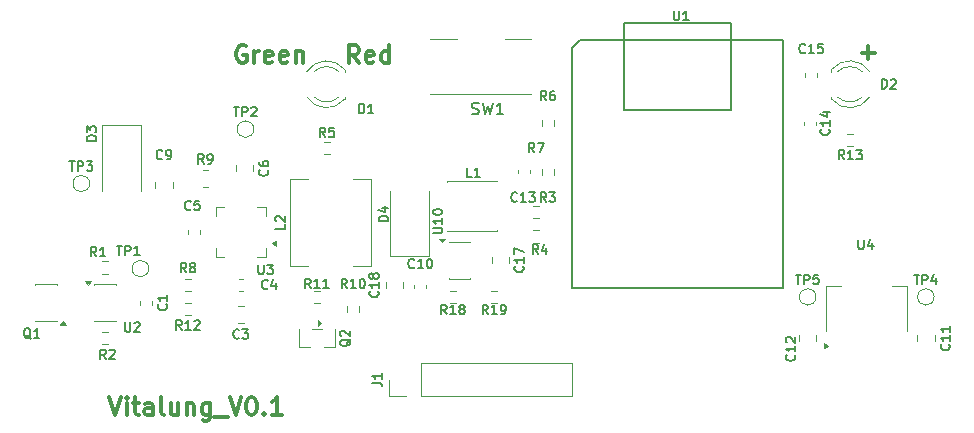
<source format=gbr>
%TF.GenerationSoftware,KiCad,Pcbnew,9.0.6*%
%TF.CreationDate,2026-02-05T22:19:05+05:30*%
%TF.ProjectId,Vitalung_V0.1,56697461-6c75-46e6-975f-56302e312e6b,0.1*%
%TF.SameCoordinates,PX7057c40PY68e7780*%
%TF.FileFunction,Legend,Top*%
%TF.FilePolarity,Positive*%
%FSLAX46Y46*%
G04 Gerber Fmt 4.6, Leading zero omitted, Abs format (unit mm)*
G04 Created by KiCad (PCBNEW 9.0.6) date 2026-02-05 22:19:05*
%MOMM*%
%LPD*%
G01*
G04 APERTURE LIST*
%ADD10C,0.300000*%
%ADD11C,0.150000*%
%ADD12C,0.120000*%
%ADD13C,0.127000*%
G04 APERTURE END LIST*
D10*
X72254510Y31670600D02*
X73397368Y31670600D01*
X72825939Y31099172D02*
X72825939Y32242029D01*
X8540225Y2499172D02*
X9040225Y999172D01*
X9040225Y999172D02*
X9540225Y2499172D01*
X10040224Y999172D02*
X10040224Y1999172D01*
X10040224Y2499172D02*
X9968796Y2427743D01*
X9968796Y2427743D02*
X10040224Y2356315D01*
X10040224Y2356315D02*
X10111653Y2427743D01*
X10111653Y2427743D02*
X10040224Y2499172D01*
X10040224Y2499172D02*
X10040224Y2356315D01*
X10540225Y1999172D02*
X11111653Y1999172D01*
X10754510Y2499172D02*
X10754510Y1213458D01*
X10754510Y1213458D02*
X10825939Y1070600D01*
X10825939Y1070600D02*
X10968796Y999172D01*
X10968796Y999172D02*
X11111653Y999172D01*
X12254511Y999172D02*
X12254511Y1784886D01*
X12254511Y1784886D02*
X12183082Y1927743D01*
X12183082Y1927743D02*
X12040225Y1999172D01*
X12040225Y1999172D02*
X11754511Y1999172D01*
X11754511Y1999172D02*
X11611653Y1927743D01*
X12254511Y1070600D02*
X12111653Y999172D01*
X12111653Y999172D02*
X11754511Y999172D01*
X11754511Y999172D02*
X11611653Y1070600D01*
X11611653Y1070600D02*
X11540225Y1213458D01*
X11540225Y1213458D02*
X11540225Y1356315D01*
X11540225Y1356315D02*
X11611653Y1499172D01*
X11611653Y1499172D02*
X11754511Y1570600D01*
X11754511Y1570600D02*
X12111653Y1570600D01*
X12111653Y1570600D02*
X12254511Y1642029D01*
X13183082Y999172D02*
X13040225Y1070600D01*
X13040225Y1070600D02*
X12968796Y1213458D01*
X12968796Y1213458D02*
X12968796Y2499172D01*
X14397368Y1999172D02*
X14397368Y999172D01*
X13754510Y1999172D02*
X13754510Y1213458D01*
X13754510Y1213458D02*
X13825939Y1070600D01*
X13825939Y1070600D02*
X13968796Y999172D01*
X13968796Y999172D02*
X14183082Y999172D01*
X14183082Y999172D02*
X14325939Y1070600D01*
X14325939Y1070600D02*
X14397368Y1142029D01*
X15111653Y1999172D02*
X15111653Y999172D01*
X15111653Y1856315D02*
X15183082Y1927743D01*
X15183082Y1927743D02*
X15325939Y1999172D01*
X15325939Y1999172D02*
X15540225Y1999172D01*
X15540225Y1999172D02*
X15683082Y1927743D01*
X15683082Y1927743D02*
X15754511Y1784886D01*
X15754511Y1784886D02*
X15754511Y999172D01*
X17111654Y1999172D02*
X17111654Y784886D01*
X17111654Y784886D02*
X17040225Y642029D01*
X17040225Y642029D02*
X16968796Y570600D01*
X16968796Y570600D02*
X16825939Y499172D01*
X16825939Y499172D02*
X16611654Y499172D01*
X16611654Y499172D02*
X16468796Y570600D01*
X17111654Y1070600D02*
X16968796Y999172D01*
X16968796Y999172D02*
X16683082Y999172D01*
X16683082Y999172D02*
X16540225Y1070600D01*
X16540225Y1070600D02*
X16468796Y1142029D01*
X16468796Y1142029D02*
X16397368Y1284886D01*
X16397368Y1284886D02*
X16397368Y1713458D01*
X16397368Y1713458D02*
X16468796Y1856315D01*
X16468796Y1856315D02*
X16540225Y1927743D01*
X16540225Y1927743D02*
X16683082Y1999172D01*
X16683082Y1999172D02*
X16968796Y1999172D01*
X16968796Y1999172D02*
X17111654Y1927743D01*
X17468797Y856315D02*
X18611654Y856315D01*
X18754511Y2499172D02*
X19254511Y999172D01*
X19254511Y999172D02*
X19754511Y2499172D01*
X20540225Y2499172D02*
X20683082Y2499172D01*
X20683082Y2499172D02*
X20825939Y2427743D01*
X20825939Y2427743D02*
X20897368Y2356315D01*
X20897368Y2356315D02*
X20968796Y2213458D01*
X20968796Y2213458D02*
X21040225Y1927743D01*
X21040225Y1927743D02*
X21040225Y1570600D01*
X21040225Y1570600D02*
X20968796Y1284886D01*
X20968796Y1284886D02*
X20897368Y1142029D01*
X20897368Y1142029D02*
X20825939Y1070600D01*
X20825939Y1070600D02*
X20683082Y999172D01*
X20683082Y999172D02*
X20540225Y999172D01*
X20540225Y999172D02*
X20397368Y1070600D01*
X20397368Y1070600D02*
X20325939Y1142029D01*
X20325939Y1142029D02*
X20254510Y1284886D01*
X20254510Y1284886D02*
X20183082Y1570600D01*
X20183082Y1570600D02*
X20183082Y1927743D01*
X20183082Y1927743D02*
X20254510Y2213458D01*
X20254510Y2213458D02*
X20325939Y2356315D01*
X20325939Y2356315D02*
X20397368Y2427743D01*
X20397368Y2427743D02*
X20540225Y2499172D01*
X21683081Y1142029D02*
X21754510Y1070600D01*
X21754510Y1070600D02*
X21683081Y999172D01*
X21683081Y999172D02*
X21611653Y1070600D01*
X21611653Y1070600D02*
X21683081Y1142029D01*
X21683081Y1142029D02*
X21683081Y999172D01*
X23183082Y999172D02*
X22325939Y999172D01*
X22754510Y999172D02*
X22754510Y2499172D01*
X22754510Y2499172D02*
X22611653Y2284886D01*
X22611653Y2284886D02*
X22468796Y2142029D01*
X22468796Y2142029D02*
X22325939Y2070600D01*
X20140225Y32227743D02*
X19997368Y32299172D01*
X19997368Y32299172D02*
X19783082Y32299172D01*
X19783082Y32299172D02*
X19568796Y32227743D01*
X19568796Y32227743D02*
X19425939Y32084886D01*
X19425939Y32084886D02*
X19354510Y31942029D01*
X19354510Y31942029D02*
X19283082Y31656315D01*
X19283082Y31656315D02*
X19283082Y31442029D01*
X19283082Y31442029D02*
X19354510Y31156315D01*
X19354510Y31156315D02*
X19425939Y31013458D01*
X19425939Y31013458D02*
X19568796Y30870600D01*
X19568796Y30870600D02*
X19783082Y30799172D01*
X19783082Y30799172D02*
X19925939Y30799172D01*
X19925939Y30799172D02*
X20140225Y30870600D01*
X20140225Y30870600D02*
X20211653Y30942029D01*
X20211653Y30942029D02*
X20211653Y31442029D01*
X20211653Y31442029D02*
X19925939Y31442029D01*
X20854510Y30799172D02*
X20854510Y31799172D01*
X20854510Y31513458D02*
X20925939Y31656315D01*
X20925939Y31656315D02*
X20997368Y31727743D01*
X20997368Y31727743D02*
X21140225Y31799172D01*
X21140225Y31799172D02*
X21283082Y31799172D01*
X22354510Y30870600D02*
X22211653Y30799172D01*
X22211653Y30799172D02*
X21925939Y30799172D01*
X21925939Y30799172D02*
X21783081Y30870600D01*
X21783081Y30870600D02*
X21711653Y31013458D01*
X21711653Y31013458D02*
X21711653Y31584886D01*
X21711653Y31584886D02*
X21783081Y31727743D01*
X21783081Y31727743D02*
X21925939Y31799172D01*
X21925939Y31799172D02*
X22211653Y31799172D01*
X22211653Y31799172D02*
X22354510Y31727743D01*
X22354510Y31727743D02*
X22425939Y31584886D01*
X22425939Y31584886D02*
X22425939Y31442029D01*
X22425939Y31442029D02*
X21711653Y31299172D01*
X23640224Y30870600D02*
X23497367Y30799172D01*
X23497367Y30799172D02*
X23211653Y30799172D01*
X23211653Y30799172D02*
X23068795Y30870600D01*
X23068795Y30870600D02*
X22997367Y31013458D01*
X22997367Y31013458D02*
X22997367Y31584886D01*
X22997367Y31584886D02*
X23068795Y31727743D01*
X23068795Y31727743D02*
X23211653Y31799172D01*
X23211653Y31799172D02*
X23497367Y31799172D01*
X23497367Y31799172D02*
X23640224Y31727743D01*
X23640224Y31727743D02*
X23711653Y31584886D01*
X23711653Y31584886D02*
X23711653Y31442029D01*
X23711653Y31442029D02*
X22997367Y31299172D01*
X24354509Y31799172D02*
X24354509Y30799172D01*
X24354509Y31656315D02*
X24425938Y31727743D01*
X24425938Y31727743D02*
X24568795Y31799172D01*
X24568795Y31799172D02*
X24783081Y31799172D01*
X24783081Y31799172D02*
X24925938Y31727743D01*
X24925938Y31727743D02*
X24997367Y31584886D01*
X24997367Y31584886D02*
X24997367Y30799172D01*
X29711653Y30799172D02*
X29211653Y31513458D01*
X28854510Y30799172D02*
X28854510Y32299172D01*
X28854510Y32299172D02*
X29425939Y32299172D01*
X29425939Y32299172D02*
X29568796Y32227743D01*
X29568796Y32227743D02*
X29640225Y32156315D01*
X29640225Y32156315D02*
X29711653Y32013458D01*
X29711653Y32013458D02*
X29711653Y31799172D01*
X29711653Y31799172D02*
X29640225Y31656315D01*
X29640225Y31656315D02*
X29568796Y31584886D01*
X29568796Y31584886D02*
X29425939Y31513458D01*
X29425939Y31513458D02*
X28854510Y31513458D01*
X30925939Y30870600D02*
X30783082Y30799172D01*
X30783082Y30799172D02*
X30497368Y30799172D01*
X30497368Y30799172D02*
X30354510Y30870600D01*
X30354510Y30870600D02*
X30283082Y31013458D01*
X30283082Y31013458D02*
X30283082Y31584886D01*
X30283082Y31584886D02*
X30354510Y31727743D01*
X30354510Y31727743D02*
X30497368Y31799172D01*
X30497368Y31799172D02*
X30783082Y31799172D01*
X30783082Y31799172D02*
X30925939Y31727743D01*
X30925939Y31727743D02*
X30997368Y31584886D01*
X30997368Y31584886D02*
X30997368Y31442029D01*
X30997368Y31442029D02*
X30283082Y31299172D01*
X32283082Y30799172D02*
X32283082Y32299172D01*
X32283082Y30870600D02*
X32140224Y30799172D01*
X32140224Y30799172D02*
X31854510Y30799172D01*
X31854510Y30799172D02*
X31711653Y30870600D01*
X31711653Y30870600D02*
X31640224Y30942029D01*
X31640224Y30942029D02*
X31568796Y31084886D01*
X31568796Y31084886D02*
X31568796Y31513458D01*
X31568796Y31513458D02*
X31640224Y31656315D01*
X31640224Y31656315D02*
X31711653Y31727743D01*
X31711653Y31727743D02*
X31854510Y31799172D01*
X31854510Y31799172D02*
X32140224Y31799172D01*
X32140224Y31799172D02*
X32283082Y31727743D01*
D11*
X43586104Y13585715D02*
X43624200Y13547619D01*
X43624200Y13547619D02*
X43662295Y13433334D01*
X43662295Y13433334D02*
X43662295Y13357143D01*
X43662295Y13357143D02*
X43624200Y13242857D01*
X43624200Y13242857D02*
X43548009Y13166667D01*
X43548009Y13166667D02*
X43471819Y13128572D01*
X43471819Y13128572D02*
X43319438Y13090476D01*
X43319438Y13090476D02*
X43205152Y13090476D01*
X43205152Y13090476D02*
X43052771Y13128572D01*
X43052771Y13128572D02*
X42976580Y13166667D01*
X42976580Y13166667D02*
X42900390Y13242857D01*
X42900390Y13242857D02*
X42862295Y13357143D01*
X42862295Y13357143D02*
X42862295Y13433334D01*
X42862295Y13433334D02*
X42900390Y13547619D01*
X42900390Y13547619D02*
X42938485Y13585715D01*
X43662295Y14347619D02*
X43662295Y13890476D01*
X43662295Y14119048D02*
X42862295Y14119048D01*
X42862295Y14119048D02*
X42976580Y14042857D01*
X42976580Y14042857D02*
X43052771Y13966667D01*
X43052771Y13966667D02*
X43090866Y13890476D01*
X42862295Y14614286D02*
X42862295Y15147620D01*
X42862295Y15147620D02*
X43662295Y14804762D01*
X37123214Y9537705D02*
X36856547Y9918658D01*
X36666071Y9537705D02*
X36666071Y10337705D01*
X36666071Y10337705D02*
X36970833Y10337705D01*
X36970833Y10337705D02*
X37047023Y10299610D01*
X37047023Y10299610D02*
X37085118Y10261515D01*
X37085118Y10261515D02*
X37123214Y10185324D01*
X37123214Y10185324D02*
X37123214Y10071039D01*
X37123214Y10071039D02*
X37085118Y9994848D01*
X37085118Y9994848D02*
X37047023Y9956753D01*
X37047023Y9956753D02*
X36970833Y9918658D01*
X36970833Y9918658D02*
X36666071Y9918658D01*
X37885118Y9537705D02*
X37427975Y9537705D01*
X37656547Y9537705D02*
X37656547Y10337705D01*
X37656547Y10337705D02*
X37580356Y10223420D01*
X37580356Y10223420D02*
X37504166Y10147229D01*
X37504166Y10147229D02*
X37427975Y10109134D01*
X38342261Y9994848D02*
X38266071Y10032943D01*
X38266071Y10032943D02*
X38227976Y10071039D01*
X38227976Y10071039D02*
X38189880Y10147229D01*
X38189880Y10147229D02*
X38189880Y10185324D01*
X38189880Y10185324D02*
X38227976Y10261515D01*
X38227976Y10261515D02*
X38266071Y10299610D01*
X38266071Y10299610D02*
X38342261Y10337705D01*
X38342261Y10337705D02*
X38494642Y10337705D01*
X38494642Y10337705D02*
X38570833Y10299610D01*
X38570833Y10299610D02*
X38608928Y10261515D01*
X38608928Y10261515D02*
X38647023Y10185324D01*
X38647023Y10185324D02*
X38647023Y10147229D01*
X38647023Y10147229D02*
X38608928Y10071039D01*
X38608928Y10071039D02*
X38570833Y10032943D01*
X38570833Y10032943D02*
X38494642Y9994848D01*
X38494642Y9994848D02*
X38342261Y9994848D01*
X38342261Y9994848D02*
X38266071Y9956753D01*
X38266071Y9956753D02*
X38227976Y9918658D01*
X38227976Y9918658D02*
X38189880Y9842467D01*
X38189880Y9842467D02*
X38189880Y9690086D01*
X38189880Y9690086D02*
X38227976Y9613896D01*
X38227976Y9613896D02*
X38266071Y9575800D01*
X38266071Y9575800D02*
X38342261Y9537705D01*
X38342261Y9537705D02*
X38494642Y9537705D01*
X38494642Y9537705D02*
X38570833Y9575800D01*
X38570833Y9575800D02*
X38608928Y9613896D01*
X38608928Y9613896D02*
X38647023Y9690086D01*
X38647023Y9690086D02*
X38647023Y9842467D01*
X38647023Y9842467D02*
X38608928Y9918658D01*
X38608928Y9918658D02*
X38570833Y9956753D01*
X38570833Y9956753D02*
X38494642Y9994848D01*
X7466667Y14437705D02*
X7200000Y14818658D01*
X7009524Y14437705D02*
X7009524Y15237705D01*
X7009524Y15237705D02*
X7314286Y15237705D01*
X7314286Y15237705D02*
X7390476Y15199610D01*
X7390476Y15199610D02*
X7428571Y15161515D01*
X7428571Y15161515D02*
X7466667Y15085324D01*
X7466667Y15085324D02*
X7466667Y14971039D01*
X7466667Y14971039D02*
X7428571Y14894848D01*
X7428571Y14894848D02*
X7390476Y14856753D01*
X7390476Y14856753D02*
X7314286Y14818658D01*
X7314286Y14818658D02*
X7009524Y14818658D01*
X8228571Y14437705D02*
X7771428Y14437705D01*
X8000000Y14437705D02*
X8000000Y15237705D01*
X8000000Y15237705D02*
X7923809Y15123420D01*
X7923809Y15123420D02*
X7847619Y15047229D01*
X7847619Y15047229D02*
X7771428Y15009134D01*
X66690476Y12885705D02*
X67147619Y12885705D01*
X66919047Y12085705D02*
X66919047Y12885705D01*
X67414286Y12085705D02*
X67414286Y12885705D01*
X67414286Y12885705D02*
X67719048Y12885705D01*
X67719048Y12885705D02*
X67795238Y12847610D01*
X67795238Y12847610D02*
X67833333Y12809515D01*
X67833333Y12809515D02*
X67871429Y12733324D01*
X67871429Y12733324D02*
X67871429Y12619039D01*
X67871429Y12619039D02*
X67833333Y12542848D01*
X67833333Y12542848D02*
X67795238Y12504753D01*
X67795238Y12504753D02*
X67719048Y12466658D01*
X67719048Y12466658D02*
X67414286Y12466658D01*
X68595238Y12885705D02*
X68214286Y12885705D01*
X68214286Y12885705D02*
X68176190Y12504753D01*
X68176190Y12504753D02*
X68214286Y12542848D01*
X68214286Y12542848D02*
X68290476Y12580943D01*
X68290476Y12580943D02*
X68480952Y12580943D01*
X68480952Y12580943D02*
X68557143Y12542848D01*
X68557143Y12542848D02*
X68595238Y12504753D01*
X68595238Y12504753D02*
X68633333Y12428562D01*
X68633333Y12428562D02*
X68633333Y12238086D01*
X68633333Y12238086D02*
X68595238Y12161896D01*
X68595238Y12161896D02*
X68557143Y12123800D01*
X68557143Y12123800D02*
X68480952Y12085705D01*
X68480952Y12085705D02*
X68290476Y12085705D01*
X68290476Y12085705D02*
X68214286Y12123800D01*
X68214286Y12123800D02*
X68176190Y12161896D01*
X25635714Y11737705D02*
X25369047Y12118658D01*
X25178571Y11737705D02*
X25178571Y12537705D01*
X25178571Y12537705D02*
X25483333Y12537705D01*
X25483333Y12537705D02*
X25559523Y12499610D01*
X25559523Y12499610D02*
X25597618Y12461515D01*
X25597618Y12461515D02*
X25635714Y12385324D01*
X25635714Y12385324D02*
X25635714Y12271039D01*
X25635714Y12271039D02*
X25597618Y12194848D01*
X25597618Y12194848D02*
X25559523Y12156753D01*
X25559523Y12156753D02*
X25483333Y12118658D01*
X25483333Y12118658D02*
X25178571Y12118658D01*
X26397618Y11737705D02*
X25940475Y11737705D01*
X26169047Y11737705D02*
X26169047Y12537705D01*
X26169047Y12537705D02*
X26092856Y12423420D01*
X26092856Y12423420D02*
X26016666Y12347229D01*
X26016666Y12347229D02*
X25940475Y12309134D01*
X27159523Y11737705D02*
X26702380Y11737705D01*
X26930952Y11737705D02*
X26930952Y12537705D01*
X26930952Y12537705D02*
X26854761Y12423420D01*
X26854761Y12423420D02*
X26778571Y12347229D01*
X26778571Y12347229D02*
X26702380Y12309134D01*
X32162295Y17409525D02*
X31362295Y17409525D01*
X31362295Y17409525D02*
X31362295Y17600001D01*
X31362295Y17600001D02*
X31400390Y17714287D01*
X31400390Y17714287D02*
X31476580Y17790477D01*
X31476580Y17790477D02*
X31552771Y17828572D01*
X31552771Y17828572D02*
X31705152Y17866668D01*
X31705152Y17866668D02*
X31819438Y17866668D01*
X31819438Y17866668D02*
X31971819Y17828572D01*
X31971819Y17828572D02*
X32048009Y17790477D01*
X32048009Y17790477D02*
X32124200Y17714287D01*
X32124200Y17714287D02*
X32162295Y17600001D01*
X32162295Y17600001D02*
X32162295Y17409525D01*
X31628961Y18552382D02*
X32162295Y18552382D01*
X31324200Y18361906D02*
X31895628Y18171429D01*
X31895628Y18171429D02*
X31895628Y18666668D01*
X79666104Y6985715D02*
X79704200Y6947619D01*
X79704200Y6947619D02*
X79742295Y6833334D01*
X79742295Y6833334D02*
X79742295Y6757143D01*
X79742295Y6757143D02*
X79704200Y6642857D01*
X79704200Y6642857D02*
X79628009Y6566667D01*
X79628009Y6566667D02*
X79551819Y6528572D01*
X79551819Y6528572D02*
X79399438Y6490476D01*
X79399438Y6490476D02*
X79285152Y6490476D01*
X79285152Y6490476D02*
X79132771Y6528572D01*
X79132771Y6528572D02*
X79056580Y6566667D01*
X79056580Y6566667D02*
X78980390Y6642857D01*
X78980390Y6642857D02*
X78942295Y6757143D01*
X78942295Y6757143D02*
X78942295Y6833334D01*
X78942295Y6833334D02*
X78980390Y6947619D01*
X78980390Y6947619D02*
X79018485Y6985715D01*
X79742295Y7747619D02*
X79742295Y7290476D01*
X79742295Y7519048D02*
X78942295Y7519048D01*
X78942295Y7519048D02*
X79056580Y7442857D01*
X79056580Y7442857D02*
X79132771Y7366667D01*
X79132771Y7366667D02*
X79170866Y7290476D01*
X79742295Y8509524D02*
X79742295Y8052381D01*
X79742295Y8280953D02*
X78942295Y8280953D01*
X78942295Y8280953D02*
X79056580Y8204762D01*
X79056580Y8204762D02*
X79132771Y8128572D01*
X79132771Y8128572D02*
X79170866Y8052381D01*
X16566667Y22287705D02*
X16300000Y22668658D01*
X16109524Y22287705D02*
X16109524Y23087705D01*
X16109524Y23087705D02*
X16414286Y23087705D01*
X16414286Y23087705D02*
X16490476Y23049610D01*
X16490476Y23049610D02*
X16528571Y23011515D01*
X16528571Y23011515D02*
X16566667Y22935324D01*
X16566667Y22935324D02*
X16566667Y22821039D01*
X16566667Y22821039D02*
X16528571Y22744848D01*
X16528571Y22744848D02*
X16490476Y22706753D01*
X16490476Y22706753D02*
X16414286Y22668658D01*
X16414286Y22668658D02*
X16109524Y22668658D01*
X16947619Y22287705D02*
X17100000Y22287705D01*
X17100000Y22287705D02*
X17176190Y22325800D01*
X17176190Y22325800D02*
X17214286Y22363896D01*
X17214286Y22363896D02*
X17290476Y22478181D01*
X17290476Y22478181D02*
X17328571Y22630562D01*
X17328571Y22630562D02*
X17328571Y22935324D01*
X17328571Y22935324D02*
X17290476Y23011515D01*
X17290476Y23011515D02*
X17252381Y23049610D01*
X17252381Y23049610D02*
X17176190Y23087705D01*
X17176190Y23087705D02*
X17023809Y23087705D01*
X17023809Y23087705D02*
X16947619Y23049610D01*
X16947619Y23049610D02*
X16909524Y23011515D01*
X16909524Y23011515D02*
X16871428Y22935324D01*
X16871428Y22935324D02*
X16871428Y22744848D01*
X16871428Y22744848D02*
X16909524Y22668658D01*
X16909524Y22668658D02*
X16947619Y22630562D01*
X16947619Y22630562D02*
X17023809Y22592467D01*
X17023809Y22592467D02*
X17176190Y22592467D01*
X17176190Y22592467D02*
X17252381Y22630562D01*
X17252381Y22630562D02*
X17290476Y22668658D01*
X17290476Y22668658D02*
X17328571Y22744848D01*
X19566667Y7533896D02*
X19528571Y7495800D01*
X19528571Y7495800D02*
X19414286Y7457705D01*
X19414286Y7457705D02*
X19338095Y7457705D01*
X19338095Y7457705D02*
X19223809Y7495800D01*
X19223809Y7495800D02*
X19147619Y7571991D01*
X19147619Y7571991D02*
X19109524Y7648181D01*
X19109524Y7648181D02*
X19071428Y7800562D01*
X19071428Y7800562D02*
X19071428Y7914848D01*
X19071428Y7914848D02*
X19109524Y8067229D01*
X19109524Y8067229D02*
X19147619Y8143420D01*
X19147619Y8143420D02*
X19223809Y8219610D01*
X19223809Y8219610D02*
X19338095Y8257705D01*
X19338095Y8257705D02*
X19414286Y8257705D01*
X19414286Y8257705D02*
X19528571Y8219610D01*
X19528571Y8219610D02*
X19566667Y8181515D01*
X19833333Y8257705D02*
X20328571Y8257705D01*
X20328571Y8257705D02*
X20061905Y7952943D01*
X20061905Y7952943D02*
X20176190Y7952943D01*
X20176190Y7952943D02*
X20252381Y7914848D01*
X20252381Y7914848D02*
X20290476Y7876753D01*
X20290476Y7876753D02*
X20328571Y7800562D01*
X20328571Y7800562D02*
X20328571Y7610086D01*
X20328571Y7610086D02*
X20290476Y7533896D01*
X20290476Y7533896D02*
X20252381Y7495800D01*
X20252381Y7495800D02*
X20176190Y7457705D01*
X20176190Y7457705D02*
X19947619Y7457705D01*
X19947619Y7457705D02*
X19871428Y7495800D01*
X19871428Y7495800D02*
X19833333Y7533896D01*
X31306104Y11485715D02*
X31344200Y11447619D01*
X31344200Y11447619D02*
X31382295Y11333334D01*
X31382295Y11333334D02*
X31382295Y11257143D01*
X31382295Y11257143D02*
X31344200Y11142857D01*
X31344200Y11142857D02*
X31268009Y11066667D01*
X31268009Y11066667D02*
X31191819Y11028572D01*
X31191819Y11028572D02*
X31039438Y10990476D01*
X31039438Y10990476D02*
X30925152Y10990476D01*
X30925152Y10990476D02*
X30772771Y11028572D01*
X30772771Y11028572D02*
X30696580Y11066667D01*
X30696580Y11066667D02*
X30620390Y11142857D01*
X30620390Y11142857D02*
X30582295Y11257143D01*
X30582295Y11257143D02*
X30582295Y11333334D01*
X30582295Y11333334D02*
X30620390Y11447619D01*
X30620390Y11447619D02*
X30658485Y11485715D01*
X31382295Y12247619D02*
X31382295Y11790476D01*
X31382295Y12019048D02*
X30582295Y12019048D01*
X30582295Y12019048D02*
X30696580Y11942857D01*
X30696580Y11942857D02*
X30772771Y11866667D01*
X30772771Y11866667D02*
X30810866Y11790476D01*
X30925152Y12704762D02*
X30887057Y12628572D01*
X30887057Y12628572D02*
X30848961Y12590477D01*
X30848961Y12590477D02*
X30772771Y12552381D01*
X30772771Y12552381D02*
X30734676Y12552381D01*
X30734676Y12552381D02*
X30658485Y12590477D01*
X30658485Y12590477D02*
X30620390Y12628572D01*
X30620390Y12628572D02*
X30582295Y12704762D01*
X30582295Y12704762D02*
X30582295Y12857143D01*
X30582295Y12857143D02*
X30620390Y12933334D01*
X30620390Y12933334D02*
X30658485Y12971429D01*
X30658485Y12971429D02*
X30734676Y13009524D01*
X30734676Y13009524D02*
X30772771Y13009524D01*
X30772771Y13009524D02*
X30848961Y12971429D01*
X30848961Y12971429D02*
X30887057Y12933334D01*
X30887057Y12933334D02*
X30925152Y12857143D01*
X30925152Y12857143D02*
X30925152Y12704762D01*
X30925152Y12704762D02*
X30963247Y12628572D01*
X30963247Y12628572D02*
X31001342Y12590477D01*
X31001342Y12590477D02*
X31077533Y12552381D01*
X31077533Y12552381D02*
X31229914Y12552381D01*
X31229914Y12552381D02*
X31306104Y12590477D01*
X31306104Y12590477D02*
X31344200Y12628572D01*
X31344200Y12628572D02*
X31382295Y12704762D01*
X31382295Y12704762D02*
X31382295Y12857143D01*
X31382295Y12857143D02*
X31344200Y12933334D01*
X31344200Y12933334D02*
X31306104Y12971429D01*
X31306104Y12971429D02*
X31229914Y13009524D01*
X31229914Y13009524D02*
X31077533Y13009524D01*
X31077533Y13009524D02*
X31001342Y12971429D01*
X31001342Y12971429D02*
X30963247Y12933334D01*
X30963247Y12933334D02*
X30925152Y12857143D01*
X8266667Y5737705D02*
X8000000Y6118658D01*
X7809524Y5737705D02*
X7809524Y6537705D01*
X7809524Y6537705D02*
X8114286Y6537705D01*
X8114286Y6537705D02*
X8190476Y6499610D01*
X8190476Y6499610D02*
X8228571Y6461515D01*
X8228571Y6461515D02*
X8266667Y6385324D01*
X8266667Y6385324D02*
X8266667Y6271039D01*
X8266667Y6271039D02*
X8228571Y6194848D01*
X8228571Y6194848D02*
X8190476Y6156753D01*
X8190476Y6156753D02*
X8114286Y6118658D01*
X8114286Y6118658D02*
X7809524Y6118658D01*
X8571428Y6461515D02*
X8609524Y6499610D01*
X8609524Y6499610D02*
X8685714Y6537705D01*
X8685714Y6537705D02*
X8876190Y6537705D01*
X8876190Y6537705D02*
X8952381Y6499610D01*
X8952381Y6499610D02*
X8990476Y6461515D01*
X8990476Y6461515D02*
X9028571Y6385324D01*
X9028571Y6385324D02*
X9028571Y6309134D01*
X9028571Y6309134D02*
X8990476Y6194848D01*
X8990476Y6194848D02*
X8533333Y5737705D01*
X8533333Y5737705D02*
X9028571Y5737705D01*
X9890476Y8837705D02*
X9890476Y8190086D01*
X9890476Y8190086D02*
X9928571Y8113896D01*
X9928571Y8113896D02*
X9966666Y8075800D01*
X9966666Y8075800D02*
X10042857Y8037705D01*
X10042857Y8037705D02*
X10195238Y8037705D01*
X10195238Y8037705D02*
X10271428Y8075800D01*
X10271428Y8075800D02*
X10309523Y8113896D01*
X10309523Y8113896D02*
X10347619Y8190086D01*
X10347619Y8190086D02*
X10347619Y8837705D01*
X10690475Y8761515D02*
X10728571Y8799610D01*
X10728571Y8799610D02*
X10804761Y8837705D01*
X10804761Y8837705D02*
X10995237Y8837705D01*
X10995237Y8837705D02*
X11071428Y8799610D01*
X11071428Y8799610D02*
X11109523Y8761515D01*
X11109523Y8761515D02*
X11147618Y8685324D01*
X11147618Y8685324D02*
X11147618Y8609134D01*
X11147618Y8609134D02*
X11109523Y8494848D01*
X11109523Y8494848D02*
X10652380Y8037705D01*
X10652380Y8037705D02*
X11147618Y8037705D01*
X15466667Y18413896D02*
X15428571Y18375800D01*
X15428571Y18375800D02*
X15314286Y18337705D01*
X15314286Y18337705D02*
X15238095Y18337705D01*
X15238095Y18337705D02*
X15123809Y18375800D01*
X15123809Y18375800D02*
X15047619Y18451991D01*
X15047619Y18451991D02*
X15009524Y18528181D01*
X15009524Y18528181D02*
X14971428Y18680562D01*
X14971428Y18680562D02*
X14971428Y18794848D01*
X14971428Y18794848D02*
X15009524Y18947229D01*
X15009524Y18947229D02*
X15047619Y19023420D01*
X15047619Y19023420D02*
X15123809Y19099610D01*
X15123809Y19099610D02*
X15238095Y19137705D01*
X15238095Y19137705D02*
X15314286Y19137705D01*
X15314286Y19137705D02*
X15428571Y19099610D01*
X15428571Y19099610D02*
X15466667Y19061515D01*
X16190476Y19137705D02*
X15809524Y19137705D01*
X15809524Y19137705D02*
X15771428Y18756753D01*
X15771428Y18756753D02*
X15809524Y18794848D01*
X15809524Y18794848D02*
X15885714Y18832943D01*
X15885714Y18832943D02*
X16076190Y18832943D01*
X16076190Y18832943D02*
X16152381Y18794848D01*
X16152381Y18794848D02*
X16190476Y18756753D01*
X16190476Y18756753D02*
X16228571Y18680562D01*
X16228571Y18680562D02*
X16228571Y18490086D01*
X16228571Y18490086D02*
X16190476Y18413896D01*
X16190476Y18413896D02*
X16152381Y18375800D01*
X16152381Y18375800D02*
X16076190Y18337705D01*
X16076190Y18337705D02*
X15885714Y18337705D01*
X15885714Y18337705D02*
X15809524Y18375800D01*
X15809524Y18375800D02*
X15771428Y18413896D01*
X39266667Y26492800D02*
X39409524Y26445181D01*
X39409524Y26445181D02*
X39647619Y26445181D01*
X39647619Y26445181D02*
X39742857Y26492800D01*
X39742857Y26492800D02*
X39790476Y26540420D01*
X39790476Y26540420D02*
X39838095Y26635658D01*
X39838095Y26635658D02*
X39838095Y26730896D01*
X39838095Y26730896D02*
X39790476Y26826134D01*
X39790476Y26826134D02*
X39742857Y26873753D01*
X39742857Y26873753D02*
X39647619Y26921372D01*
X39647619Y26921372D02*
X39457143Y26968991D01*
X39457143Y26968991D02*
X39361905Y27016610D01*
X39361905Y27016610D02*
X39314286Y27064229D01*
X39314286Y27064229D02*
X39266667Y27159467D01*
X39266667Y27159467D02*
X39266667Y27254705D01*
X39266667Y27254705D02*
X39314286Y27349943D01*
X39314286Y27349943D02*
X39361905Y27397562D01*
X39361905Y27397562D02*
X39457143Y27445181D01*
X39457143Y27445181D02*
X39695238Y27445181D01*
X39695238Y27445181D02*
X39838095Y27397562D01*
X40171429Y27445181D02*
X40409524Y26445181D01*
X40409524Y26445181D02*
X40600000Y27159467D01*
X40600000Y27159467D02*
X40790476Y26445181D01*
X40790476Y26445181D02*
X41028572Y27445181D01*
X41933333Y26445181D02*
X41361905Y26445181D01*
X41647619Y26445181D02*
X41647619Y27445181D01*
X41647619Y27445181D02*
X41552381Y27302324D01*
X41552381Y27302324D02*
X41457143Y27207086D01*
X41457143Y27207086D02*
X41361905Y27159467D01*
X39266666Y21137705D02*
X38885714Y21137705D01*
X38885714Y21137705D02*
X38885714Y21937705D01*
X39952380Y21137705D02*
X39495237Y21137705D01*
X39723809Y21137705D02*
X39723809Y21937705D01*
X39723809Y21937705D02*
X39647618Y21823420D01*
X39647618Y21823420D02*
X39571428Y21747229D01*
X39571428Y21747229D02*
X39495237Y21709134D01*
X45566667Y27637705D02*
X45300000Y28018658D01*
X45109524Y27637705D02*
X45109524Y28437705D01*
X45109524Y28437705D02*
X45414286Y28437705D01*
X45414286Y28437705D02*
X45490476Y28399610D01*
X45490476Y28399610D02*
X45528571Y28361515D01*
X45528571Y28361515D02*
X45566667Y28285324D01*
X45566667Y28285324D02*
X45566667Y28171039D01*
X45566667Y28171039D02*
X45528571Y28094848D01*
X45528571Y28094848D02*
X45490476Y28056753D01*
X45490476Y28056753D02*
X45414286Y28018658D01*
X45414286Y28018658D02*
X45109524Y28018658D01*
X46252381Y28437705D02*
X46100000Y28437705D01*
X46100000Y28437705D02*
X46023809Y28399610D01*
X46023809Y28399610D02*
X45985714Y28361515D01*
X45985714Y28361515D02*
X45909524Y28247229D01*
X45909524Y28247229D02*
X45871428Y28094848D01*
X45871428Y28094848D02*
X45871428Y27790086D01*
X45871428Y27790086D02*
X45909524Y27713896D01*
X45909524Y27713896D02*
X45947619Y27675800D01*
X45947619Y27675800D02*
X46023809Y27637705D01*
X46023809Y27637705D02*
X46176190Y27637705D01*
X46176190Y27637705D02*
X46252381Y27675800D01*
X46252381Y27675800D02*
X46290476Y27713896D01*
X46290476Y27713896D02*
X46328571Y27790086D01*
X46328571Y27790086D02*
X46328571Y27980562D01*
X46328571Y27980562D02*
X46290476Y28056753D01*
X46290476Y28056753D02*
X46252381Y28094848D01*
X46252381Y28094848D02*
X46176190Y28132943D01*
X46176190Y28132943D02*
X46023809Y28132943D01*
X46023809Y28132943D02*
X45947619Y28094848D01*
X45947619Y28094848D02*
X45909524Y28056753D01*
X45909524Y28056753D02*
X45871428Y27980562D01*
X30832295Y3733334D02*
X31403723Y3733334D01*
X31403723Y3733334D02*
X31518009Y3695239D01*
X31518009Y3695239D02*
X31594200Y3619048D01*
X31594200Y3619048D02*
X31632295Y3504763D01*
X31632295Y3504763D02*
X31632295Y3428572D01*
X31632295Y4533334D02*
X31632295Y4076191D01*
X31632295Y4304763D02*
X30832295Y4304763D01*
X30832295Y4304763D02*
X30946580Y4228572D01*
X30946580Y4228572D02*
X31022771Y4152382D01*
X31022771Y4152382D02*
X31060866Y4076191D01*
X28988485Y7423810D02*
X28950390Y7347620D01*
X28950390Y7347620D02*
X28874200Y7271429D01*
X28874200Y7271429D02*
X28759914Y7157143D01*
X28759914Y7157143D02*
X28721819Y7080953D01*
X28721819Y7080953D02*
X28721819Y7004762D01*
X28912295Y7042858D02*
X28874200Y6966667D01*
X28874200Y6966667D02*
X28798009Y6890477D01*
X28798009Y6890477D02*
X28645628Y6852381D01*
X28645628Y6852381D02*
X28378961Y6852381D01*
X28378961Y6852381D02*
X28226580Y6890477D01*
X28226580Y6890477D02*
X28150390Y6966667D01*
X28150390Y6966667D02*
X28112295Y7042858D01*
X28112295Y7042858D02*
X28112295Y7195239D01*
X28112295Y7195239D02*
X28150390Y7271429D01*
X28150390Y7271429D02*
X28226580Y7347620D01*
X28226580Y7347620D02*
X28378961Y7385715D01*
X28378961Y7385715D02*
X28645628Y7385715D01*
X28645628Y7385715D02*
X28798009Y7347620D01*
X28798009Y7347620D02*
X28874200Y7271429D01*
X28874200Y7271429D02*
X28912295Y7195239D01*
X28912295Y7195239D02*
X28912295Y7042858D01*
X28188485Y7690476D02*
X28150390Y7728572D01*
X28150390Y7728572D02*
X28112295Y7804762D01*
X28112295Y7804762D02*
X28112295Y7995238D01*
X28112295Y7995238D02*
X28150390Y8071429D01*
X28150390Y8071429D02*
X28188485Y8109524D01*
X28188485Y8109524D02*
X28264676Y8147619D01*
X28264676Y8147619D02*
X28340866Y8147619D01*
X28340866Y8147619D02*
X28455152Y8109524D01*
X28455152Y8109524D02*
X28912295Y7652381D01*
X28912295Y7652381D02*
X28912295Y8147619D01*
X23412295Y17166667D02*
X23412295Y16785715D01*
X23412295Y16785715D02*
X22612295Y16785715D01*
X22688485Y17395238D02*
X22650390Y17433334D01*
X22650390Y17433334D02*
X22612295Y17509524D01*
X22612295Y17509524D02*
X22612295Y17700000D01*
X22612295Y17700000D02*
X22650390Y17776191D01*
X22650390Y17776191D02*
X22688485Y17814286D01*
X22688485Y17814286D02*
X22764676Y17852381D01*
X22764676Y17852381D02*
X22840866Y17852381D01*
X22840866Y17852381D02*
X22955152Y17814286D01*
X22955152Y17814286D02*
X23412295Y17357143D01*
X23412295Y17357143D02*
X23412295Y17852381D01*
X66586104Y6085715D02*
X66624200Y6047619D01*
X66624200Y6047619D02*
X66662295Y5933334D01*
X66662295Y5933334D02*
X66662295Y5857143D01*
X66662295Y5857143D02*
X66624200Y5742857D01*
X66624200Y5742857D02*
X66548009Y5666667D01*
X66548009Y5666667D02*
X66471819Y5628572D01*
X66471819Y5628572D02*
X66319438Y5590476D01*
X66319438Y5590476D02*
X66205152Y5590476D01*
X66205152Y5590476D02*
X66052771Y5628572D01*
X66052771Y5628572D02*
X65976580Y5666667D01*
X65976580Y5666667D02*
X65900390Y5742857D01*
X65900390Y5742857D02*
X65862295Y5857143D01*
X65862295Y5857143D02*
X65862295Y5933334D01*
X65862295Y5933334D02*
X65900390Y6047619D01*
X65900390Y6047619D02*
X65938485Y6085715D01*
X66662295Y6847619D02*
X66662295Y6390476D01*
X66662295Y6619048D02*
X65862295Y6619048D01*
X65862295Y6619048D02*
X65976580Y6542857D01*
X65976580Y6542857D02*
X66052771Y6466667D01*
X66052771Y6466667D02*
X66090866Y6390476D01*
X65938485Y7152381D02*
X65900390Y7190477D01*
X65900390Y7190477D02*
X65862295Y7266667D01*
X65862295Y7266667D02*
X65862295Y7457143D01*
X65862295Y7457143D02*
X65900390Y7533334D01*
X65900390Y7533334D02*
X65938485Y7571429D01*
X65938485Y7571429D02*
X66014676Y7609524D01*
X66014676Y7609524D02*
X66090866Y7609524D01*
X66090866Y7609524D02*
X66205152Y7571429D01*
X66205152Y7571429D02*
X66662295Y7114286D01*
X66662295Y7114286D02*
X66662295Y7609524D01*
X44566667Y23237705D02*
X44300000Y23618658D01*
X44109524Y23237705D02*
X44109524Y24037705D01*
X44109524Y24037705D02*
X44414286Y24037705D01*
X44414286Y24037705D02*
X44490476Y23999610D01*
X44490476Y23999610D02*
X44528571Y23961515D01*
X44528571Y23961515D02*
X44566667Y23885324D01*
X44566667Y23885324D02*
X44566667Y23771039D01*
X44566667Y23771039D02*
X44528571Y23694848D01*
X44528571Y23694848D02*
X44490476Y23656753D01*
X44490476Y23656753D02*
X44414286Y23618658D01*
X44414286Y23618658D02*
X44109524Y23618658D01*
X44833333Y24037705D02*
X45366667Y24037705D01*
X45366667Y24037705D02*
X45023809Y23237705D01*
X35962295Y16409525D02*
X36609914Y16409525D01*
X36609914Y16409525D02*
X36686104Y16447620D01*
X36686104Y16447620D02*
X36724200Y16485715D01*
X36724200Y16485715D02*
X36762295Y16561906D01*
X36762295Y16561906D02*
X36762295Y16714287D01*
X36762295Y16714287D02*
X36724200Y16790477D01*
X36724200Y16790477D02*
X36686104Y16828572D01*
X36686104Y16828572D02*
X36609914Y16866668D01*
X36609914Y16866668D02*
X35962295Y16866668D01*
X36762295Y17666667D02*
X36762295Y17209524D01*
X36762295Y17438096D02*
X35962295Y17438096D01*
X35962295Y17438096D02*
X36076580Y17361905D01*
X36076580Y17361905D02*
X36152771Y17285715D01*
X36152771Y17285715D02*
X36190866Y17209524D01*
X35962295Y18161906D02*
X35962295Y18238096D01*
X35962295Y18238096D02*
X36000390Y18314287D01*
X36000390Y18314287D02*
X36038485Y18352382D01*
X36038485Y18352382D02*
X36114676Y18390477D01*
X36114676Y18390477D02*
X36267057Y18428572D01*
X36267057Y18428572D02*
X36457533Y18428572D01*
X36457533Y18428572D02*
X36609914Y18390477D01*
X36609914Y18390477D02*
X36686104Y18352382D01*
X36686104Y18352382D02*
X36724200Y18314287D01*
X36724200Y18314287D02*
X36762295Y18238096D01*
X36762295Y18238096D02*
X36762295Y18161906D01*
X36762295Y18161906D02*
X36724200Y18085715D01*
X36724200Y18085715D02*
X36686104Y18047620D01*
X36686104Y18047620D02*
X36609914Y18009525D01*
X36609914Y18009525D02*
X36457533Y17971429D01*
X36457533Y17971429D02*
X36267057Y17971429D01*
X36267057Y17971429D02*
X36114676Y18009525D01*
X36114676Y18009525D02*
X36038485Y18047620D01*
X36038485Y18047620D02*
X36000390Y18085715D01*
X36000390Y18085715D02*
X35962295Y18161906D01*
X44866667Y14637705D02*
X44600000Y15018658D01*
X44409524Y14637705D02*
X44409524Y15437705D01*
X44409524Y15437705D02*
X44714286Y15437705D01*
X44714286Y15437705D02*
X44790476Y15399610D01*
X44790476Y15399610D02*
X44828571Y15361515D01*
X44828571Y15361515D02*
X44866667Y15285324D01*
X44866667Y15285324D02*
X44866667Y15171039D01*
X44866667Y15171039D02*
X44828571Y15094848D01*
X44828571Y15094848D02*
X44790476Y15056753D01*
X44790476Y15056753D02*
X44714286Y15018658D01*
X44714286Y15018658D02*
X44409524Y15018658D01*
X45552381Y15171039D02*
X45552381Y14637705D01*
X45361905Y15475800D02*
X45171428Y14904372D01*
X45171428Y14904372D02*
X45666667Y14904372D01*
X26866667Y24537705D02*
X26600000Y24918658D01*
X26409524Y24537705D02*
X26409524Y25337705D01*
X26409524Y25337705D02*
X26714286Y25337705D01*
X26714286Y25337705D02*
X26790476Y25299610D01*
X26790476Y25299610D02*
X26828571Y25261515D01*
X26828571Y25261515D02*
X26866667Y25185324D01*
X26866667Y25185324D02*
X26866667Y25071039D01*
X26866667Y25071039D02*
X26828571Y24994848D01*
X26828571Y24994848D02*
X26790476Y24956753D01*
X26790476Y24956753D02*
X26714286Y24918658D01*
X26714286Y24918658D02*
X26409524Y24918658D01*
X27590476Y25337705D02*
X27209524Y25337705D01*
X27209524Y25337705D02*
X27171428Y24956753D01*
X27171428Y24956753D02*
X27209524Y24994848D01*
X27209524Y24994848D02*
X27285714Y25032943D01*
X27285714Y25032943D02*
X27476190Y25032943D01*
X27476190Y25032943D02*
X27552381Y24994848D01*
X27552381Y24994848D02*
X27590476Y24956753D01*
X27590476Y24956753D02*
X27628571Y24880562D01*
X27628571Y24880562D02*
X27628571Y24690086D01*
X27628571Y24690086D02*
X27590476Y24613896D01*
X27590476Y24613896D02*
X27552381Y24575800D01*
X27552381Y24575800D02*
X27476190Y24537705D01*
X27476190Y24537705D02*
X27285714Y24537705D01*
X27285714Y24537705D02*
X27209524Y24575800D01*
X27209524Y24575800D02*
X27171428Y24613896D01*
X19090476Y27085705D02*
X19547619Y27085705D01*
X19319047Y26285705D02*
X19319047Y27085705D01*
X19814286Y26285705D02*
X19814286Y27085705D01*
X19814286Y27085705D02*
X20119048Y27085705D01*
X20119048Y27085705D02*
X20195238Y27047610D01*
X20195238Y27047610D02*
X20233333Y27009515D01*
X20233333Y27009515D02*
X20271429Y26933324D01*
X20271429Y26933324D02*
X20271429Y26819039D01*
X20271429Y26819039D02*
X20233333Y26742848D01*
X20233333Y26742848D02*
X20195238Y26704753D01*
X20195238Y26704753D02*
X20119048Y26666658D01*
X20119048Y26666658D02*
X19814286Y26666658D01*
X20576190Y27009515D02*
X20614286Y27047610D01*
X20614286Y27047610D02*
X20690476Y27085705D01*
X20690476Y27085705D02*
X20880952Y27085705D01*
X20880952Y27085705D02*
X20957143Y27047610D01*
X20957143Y27047610D02*
X20995238Y27009515D01*
X20995238Y27009515D02*
X21033333Y26933324D01*
X21033333Y26933324D02*
X21033333Y26857134D01*
X21033333Y26857134D02*
X20995238Y26742848D01*
X20995238Y26742848D02*
X20538095Y26285705D01*
X20538095Y26285705D02*
X21033333Y26285705D01*
X69486104Y25185715D02*
X69524200Y25147619D01*
X69524200Y25147619D02*
X69562295Y25033334D01*
X69562295Y25033334D02*
X69562295Y24957143D01*
X69562295Y24957143D02*
X69524200Y24842857D01*
X69524200Y24842857D02*
X69448009Y24766667D01*
X69448009Y24766667D02*
X69371819Y24728572D01*
X69371819Y24728572D02*
X69219438Y24690476D01*
X69219438Y24690476D02*
X69105152Y24690476D01*
X69105152Y24690476D02*
X68952771Y24728572D01*
X68952771Y24728572D02*
X68876580Y24766667D01*
X68876580Y24766667D02*
X68800390Y24842857D01*
X68800390Y24842857D02*
X68762295Y24957143D01*
X68762295Y24957143D02*
X68762295Y25033334D01*
X68762295Y25033334D02*
X68800390Y25147619D01*
X68800390Y25147619D02*
X68838485Y25185715D01*
X69562295Y25947619D02*
X69562295Y25490476D01*
X69562295Y25719048D02*
X68762295Y25719048D01*
X68762295Y25719048D02*
X68876580Y25642857D01*
X68876580Y25642857D02*
X68952771Y25566667D01*
X68952771Y25566667D02*
X68990866Y25490476D01*
X69028961Y26633334D02*
X69562295Y26633334D01*
X68724200Y26442858D02*
X69295628Y26252381D01*
X69295628Y26252381D02*
X69295628Y26747620D01*
X15066667Y13067705D02*
X14800000Y13448658D01*
X14609524Y13067705D02*
X14609524Y13867705D01*
X14609524Y13867705D02*
X14914286Y13867705D01*
X14914286Y13867705D02*
X14990476Y13829610D01*
X14990476Y13829610D02*
X15028571Y13791515D01*
X15028571Y13791515D02*
X15066667Y13715324D01*
X15066667Y13715324D02*
X15066667Y13601039D01*
X15066667Y13601039D02*
X15028571Y13524848D01*
X15028571Y13524848D02*
X14990476Y13486753D01*
X14990476Y13486753D02*
X14914286Y13448658D01*
X14914286Y13448658D02*
X14609524Y13448658D01*
X15523809Y13524848D02*
X15447619Y13562943D01*
X15447619Y13562943D02*
X15409524Y13601039D01*
X15409524Y13601039D02*
X15371428Y13677229D01*
X15371428Y13677229D02*
X15371428Y13715324D01*
X15371428Y13715324D02*
X15409524Y13791515D01*
X15409524Y13791515D02*
X15447619Y13829610D01*
X15447619Y13829610D02*
X15523809Y13867705D01*
X15523809Y13867705D02*
X15676190Y13867705D01*
X15676190Y13867705D02*
X15752381Y13829610D01*
X15752381Y13829610D02*
X15790476Y13791515D01*
X15790476Y13791515D02*
X15828571Y13715324D01*
X15828571Y13715324D02*
X15828571Y13677229D01*
X15828571Y13677229D02*
X15790476Y13601039D01*
X15790476Y13601039D02*
X15752381Y13562943D01*
X15752381Y13562943D02*
X15676190Y13524848D01*
X15676190Y13524848D02*
X15523809Y13524848D01*
X15523809Y13524848D02*
X15447619Y13486753D01*
X15447619Y13486753D02*
X15409524Y13448658D01*
X15409524Y13448658D02*
X15371428Y13372467D01*
X15371428Y13372467D02*
X15371428Y13220086D01*
X15371428Y13220086D02*
X15409524Y13143896D01*
X15409524Y13143896D02*
X15447619Y13105800D01*
X15447619Y13105800D02*
X15523809Y13067705D01*
X15523809Y13067705D02*
X15676190Y13067705D01*
X15676190Y13067705D02*
X15752381Y13105800D01*
X15752381Y13105800D02*
X15790476Y13143896D01*
X15790476Y13143896D02*
X15828571Y13220086D01*
X15828571Y13220086D02*
X15828571Y13372467D01*
X15828571Y13372467D02*
X15790476Y13448658D01*
X15790476Y13448658D02*
X15752381Y13486753D01*
X15752381Y13486753D02*
X15676190Y13524848D01*
X13066667Y22713896D02*
X13028571Y22675800D01*
X13028571Y22675800D02*
X12914286Y22637705D01*
X12914286Y22637705D02*
X12838095Y22637705D01*
X12838095Y22637705D02*
X12723809Y22675800D01*
X12723809Y22675800D02*
X12647619Y22751991D01*
X12647619Y22751991D02*
X12609524Y22828181D01*
X12609524Y22828181D02*
X12571428Y22980562D01*
X12571428Y22980562D02*
X12571428Y23094848D01*
X12571428Y23094848D02*
X12609524Y23247229D01*
X12609524Y23247229D02*
X12647619Y23323420D01*
X12647619Y23323420D02*
X12723809Y23399610D01*
X12723809Y23399610D02*
X12838095Y23437705D01*
X12838095Y23437705D02*
X12914286Y23437705D01*
X12914286Y23437705D02*
X13028571Y23399610D01*
X13028571Y23399610D02*
X13066667Y23361515D01*
X13447619Y22637705D02*
X13600000Y22637705D01*
X13600000Y22637705D02*
X13676190Y22675800D01*
X13676190Y22675800D02*
X13714286Y22713896D01*
X13714286Y22713896D02*
X13790476Y22828181D01*
X13790476Y22828181D02*
X13828571Y22980562D01*
X13828571Y22980562D02*
X13828571Y23285324D01*
X13828571Y23285324D02*
X13790476Y23361515D01*
X13790476Y23361515D02*
X13752381Y23399610D01*
X13752381Y23399610D02*
X13676190Y23437705D01*
X13676190Y23437705D02*
X13523809Y23437705D01*
X13523809Y23437705D02*
X13447619Y23399610D01*
X13447619Y23399610D02*
X13409524Y23361515D01*
X13409524Y23361515D02*
X13371428Y23285324D01*
X13371428Y23285324D02*
X13371428Y23094848D01*
X13371428Y23094848D02*
X13409524Y23018658D01*
X13409524Y23018658D02*
X13447619Y22980562D01*
X13447619Y22980562D02*
X13523809Y22942467D01*
X13523809Y22942467D02*
X13676190Y22942467D01*
X13676190Y22942467D02*
X13752381Y22980562D01*
X13752381Y22980562D02*
X13790476Y23018658D01*
X13790476Y23018658D02*
X13828571Y23094848D01*
X7462295Y24209525D02*
X6662295Y24209525D01*
X6662295Y24209525D02*
X6662295Y24400001D01*
X6662295Y24400001D02*
X6700390Y24514287D01*
X6700390Y24514287D02*
X6776580Y24590477D01*
X6776580Y24590477D02*
X6852771Y24628572D01*
X6852771Y24628572D02*
X7005152Y24666668D01*
X7005152Y24666668D02*
X7119438Y24666668D01*
X7119438Y24666668D02*
X7271819Y24628572D01*
X7271819Y24628572D02*
X7348009Y24590477D01*
X7348009Y24590477D02*
X7424200Y24514287D01*
X7424200Y24514287D02*
X7462295Y24400001D01*
X7462295Y24400001D02*
X7462295Y24209525D01*
X6662295Y24933334D02*
X6662295Y25428572D01*
X6662295Y25428572D02*
X6967057Y25161906D01*
X6967057Y25161906D02*
X6967057Y25276191D01*
X6967057Y25276191D02*
X7005152Y25352382D01*
X7005152Y25352382D02*
X7043247Y25390477D01*
X7043247Y25390477D02*
X7119438Y25428572D01*
X7119438Y25428572D02*
X7309914Y25428572D01*
X7309914Y25428572D02*
X7386104Y25390477D01*
X7386104Y25390477D02*
X7424200Y25352382D01*
X7424200Y25352382D02*
X7462295Y25276191D01*
X7462295Y25276191D02*
X7462295Y25047620D01*
X7462295Y25047620D02*
X7424200Y24971429D01*
X7424200Y24971429D02*
X7386104Y24933334D01*
X34385714Y13513896D02*
X34347618Y13475800D01*
X34347618Y13475800D02*
X34233333Y13437705D01*
X34233333Y13437705D02*
X34157142Y13437705D01*
X34157142Y13437705D02*
X34042856Y13475800D01*
X34042856Y13475800D02*
X33966666Y13551991D01*
X33966666Y13551991D02*
X33928571Y13628181D01*
X33928571Y13628181D02*
X33890475Y13780562D01*
X33890475Y13780562D02*
X33890475Y13894848D01*
X33890475Y13894848D02*
X33928571Y14047229D01*
X33928571Y14047229D02*
X33966666Y14123420D01*
X33966666Y14123420D02*
X34042856Y14199610D01*
X34042856Y14199610D02*
X34157142Y14237705D01*
X34157142Y14237705D02*
X34233333Y14237705D01*
X34233333Y14237705D02*
X34347618Y14199610D01*
X34347618Y14199610D02*
X34385714Y14161515D01*
X35147618Y13437705D02*
X34690475Y13437705D01*
X34919047Y13437705D02*
X34919047Y14237705D01*
X34919047Y14237705D02*
X34842856Y14123420D01*
X34842856Y14123420D02*
X34766666Y14047229D01*
X34766666Y14047229D02*
X34690475Y14009134D01*
X35642857Y14237705D02*
X35719047Y14237705D01*
X35719047Y14237705D02*
X35795238Y14199610D01*
X35795238Y14199610D02*
X35833333Y14161515D01*
X35833333Y14161515D02*
X35871428Y14085324D01*
X35871428Y14085324D02*
X35909523Y13932943D01*
X35909523Y13932943D02*
X35909523Y13742467D01*
X35909523Y13742467D02*
X35871428Y13590086D01*
X35871428Y13590086D02*
X35833333Y13513896D01*
X35833333Y13513896D02*
X35795238Y13475800D01*
X35795238Y13475800D02*
X35719047Y13437705D01*
X35719047Y13437705D02*
X35642857Y13437705D01*
X35642857Y13437705D02*
X35566666Y13475800D01*
X35566666Y13475800D02*
X35528571Y13513896D01*
X35528571Y13513896D02*
X35490476Y13590086D01*
X35490476Y13590086D02*
X35452380Y13742467D01*
X35452380Y13742467D02*
X35452380Y13932943D01*
X35452380Y13932943D02*
X35490476Y14085324D01*
X35490476Y14085324D02*
X35528571Y14161515D01*
X35528571Y14161515D02*
X35566666Y14199610D01*
X35566666Y14199610D02*
X35642857Y14237705D01*
X73979524Y28637705D02*
X73979524Y29437705D01*
X73979524Y29437705D02*
X74170000Y29437705D01*
X74170000Y29437705D02*
X74284286Y29399610D01*
X74284286Y29399610D02*
X74360476Y29323420D01*
X74360476Y29323420D02*
X74398571Y29247229D01*
X74398571Y29247229D02*
X74436667Y29094848D01*
X74436667Y29094848D02*
X74436667Y28980562D01*
X74436667Y28980562D02*
X74398571Y28828181D01*
X74398571Y28828181D02*
X74360476Y28751991D01*
X74360476Y28751991D02*
X74284286Y28675800D01*
X74284286Y28675800D02*
X74170000Y28637705D01*
X74170000Y28637705D02*
X73979524Y28637705D01*
X74741428Y29361515D02*
X74779524Y29399610D01*
X74779524Y29399610D02*
X74855714Y29437705D01*
X74855714Y29437705D02*
X75046190Y29437705D01*
X75046190Y29437705D02*
X75122381Y29399610D01*
X75122381Y29399610D02*
X75160476Y29361515D01*
X75160476Y29361515D02*
X75198571Y29285324D01*
X75198571Y29285324D02*
X75198571Y29209134D01*
X75198571Y29209134D02*
X75160476Y29094848D01*
X75160476Y29094848D02*
X74703333Y28637705D01*
X74703333Y28637705D02*
X75198571Y28637705D01*
X14685714Y8207705D02*
X14419047Y8588658D01*
X14228571Y8207705D02*
X14228571Y9007705D01*
X14228571Y9007705D02*
X14533333Y9007705D01*
X14533333Y9007705D02*
X14609523Y8969610D01*
X14609523Y8969610D02*
X14647618Y8931515D01*
X14647618Y8931515D02*
X14685714Y8855324D01*
X14685714Y8855324D02*
X14685714Y8741039D01*
X14685714Y8741039D02*
X14647618Y8664848D01*
X14647618Y8664848D02*
X14609523Y8626753D01*
X14609523Y8626753D02*
X14533333Y8588658D01*
X14533333Y8588658D02*
X14228571Y8588658D01*
X15447618Y8207705D02*
X14990475Y8207705D01*
X15219047Y8207705D02*
X15219047Y9007705D01*
X15219047Y9007705D02*
X15142856Y8893420D01*
X15142856Y8893420D02*
X15066666Y8817229D01*
X15066666Y8817229D02*
X14990475Y8779134D01*
X15752380Y8931515D02*
X15790476Y8969610D01*
X15790476Y8969610D02*
X15866666Y9007705D01*
X15866666Y9007705D02*
X16057142Y9007705D01*
X16057142Y9007705D02*
X16133333Y8969610D01*
X16133333Y8969610D02*
X16171428Y8931515D01*
X16171428Y8931515D02*
X16209523Y8855324D01*
X16209523Y8855324D02*
X16209523Y8779134D01*
X16209523Y8779134D02*
X16171428Y8664848D01*
X16171428Y8664848D02*
X15714285Y8207705D01*
X15714285Y8207705D02*
X16209523Y8207705D01*
X9190476Y15337705D02*
X9647619Y15337705D01*
X9419047Y14537705D02*
X9419047Y15337705D01*
X9914286Y14537705D02*
X9914286Y15337705D01*
X9914286Y15337705D02*
X10219048Y15337705D01*
X10219048Y15337705D02*
X10295238Y15299610D01*
X10295238Y15299610D02*
X10333333Y15261515D01*
X10333333Y15261515D02*
X10371429Y15185324D01*
X10371429Y15185324D02*
X10371429Y15071039D01*
X10371429Y15071039D02*
X10333333Y14994848D01*
X10333333Y14994848D02*
X10295238Y14956753D01*
X10295238Y14956753D02*
X10219048Y14918658D01*
X10219048Y14918658D02*
X9914286Y14918658D01*
X11133333Y14537705D02*
X10676190Y14537705D01*
X10904762Y14537705D02*
X10904762Y15337705D01*
X10904762Y15337705D02*
X10828571Y15223420D01*
X10828571Y15223420D02*
X10752381Y15147229D01*
X10752381Y15147229D02*
X10676190Y15109134D01*
X76690476Y12885705D02*
X77147619Y12885705D01*
X76919047Y12085705D02*
X76919047Y12885705D01*
X77414286Y12085705D02*
X77414286Y12885705D01*
X77414286Y12885705D02*
X77719048Y12885705D01*
X77719048Y12885705D02*
X77795238Y12847610D01*
X77795238Y12847610D02*
X77833333Y12809515D01*
X77833333Y12809515D02*
X77871429Y12733324D01*
X77871429Y12733324D02*
X77871429Y12619039D01*
X77871429Y12619039D02*
X77833333Y12542848D01*
X77833333Y12542848D02*
X77795238Y12504753D01*
X77795238Y12504753D02*
X77719048Y12466658D01*
X77719048Y12466658D02*
X77414286Y12466658D01*
X78557143Y12619039D02*
X78557143Y12085705D01*
X78366667Y12923800D02*
X78176190Y12352372D01*
X78176190Y12352372D02*
X78671429Y12352372D01*
X29709524Y26537705D02*
X29709524Y27337705D01*
X29709524Y27337705D02*
X29900000Y27337705D01*
X29900000Y27337705D02*
X30014286Y27299610D01*
X30014286Y27299610D02*
X30090476Y27223420D01*
X30090476Y27223420D02*
X30128571Y27147229D01*
X30128571Y27147229D02*
X30166667Y26994848D01*
X30166667Y26994848D02*
X30166667Y26880562D01*
X30166667Y26880562D02*
X30128571Y26728181D01*
X30128571Y26728181D02*
X30090476Y26651991D01*
X30090476Y26651991D02*
X30014286Y26575800D01*
X30014286Y26575800D02*
X29900000Y26537705D01*
X29900000Y26537705D02*
X29709524Y26537705D01*
X30928571Y26537705D02*
X30471428Y26537705D01*
X30700000Y26537705D02*
X30700000Y27337705D01*
X30700000Y27337705D02*
X30623809Y27223420D01*
X30623809Y27223420D02*
X30547619Y27147229D01*
X30547619Y27147229D02*
X30471428Y27109134D01*
X21966667Y11713896D02*
X21928571Y11675800D01*
X21928571Y11675800D02*
X21814286Y11637705D01*
X21814286Y11637705D02*
X21738095Y11637705D01*
X21738095Y11637705D02*
X21623809Y11675800D01*
X21623809Y11675800D02*
X21547619Y11751991D01*
X21547619Y11751991D02*
X21509524Y11828181D01*
X21509524Y11828181D02*
X21471428Y11980562D01*
X21471428Y11980562D02*
X21471428Y12094848D01*
X21471428Y12094848D02*
X21509524Y12247229D01*
X21509524Y12247229D02*
X21547619Y12323420D01*
X21547619Y12323420D02*
X21623809Y12399610D01*
X21623809Y12399610D02*
X21738095Y12437705D01*
X21738095Y12437705D02*
X21814286Y12437705D01*
X21814286Y12437705D02*
X21928571Y12399610D01*
X21928571Y12399610D02*
X21966667Y12361515D01*
X22652381Y12171039D02*
X22652381Y11637705D01*
X22461905Y12475800D02*
X22271428Y11904372D01*
X22271428Y11904372D02*
X22766667Y11904372D01*
X21966104Y21766668D02*
X22004200Y21728572D01*
X22004200Y21728572D02*
X22042295Y21614287D01*
X22042295Y21614287D02*
X22042295Y21538096D01*
X22042295Y21538096D02*
X22004200Y21423810D01*
X22004200Y21423810D02*
X21928009Y21347620D01*
X21928009Y21347620D02*
X21851819Y21309525D01*
X21851819Y21309525D02*
X21699438Y21271429D01*
X21699438Y21271429D02*
X21585152Y21271429D01*
X21585152Y21271429D02*
X21432771Y21309525D01*
X21432771Y21309525D02*
X21356580Y21347620D01*
X21356580Y21347620D02*
X21280390Y21423810D01*
X21280390Y21423810D02*
X21242295Y21538096D01*
X21242295Y21538096D02*
X21242295Y21614287D01*
X21242295Y21614287D02*
X21280390Y21728572D01*
X21280390Y21728572D02*
X21318485Y21766668D01*
X21242295Y22452382D02*
X21242295Y22300001D01*
X21242295Y22300001D02*
X21280390Y22223810D01*
X21280390Y22223810D02*
X21318485Y22185715D01*
X21318485Y22185715D02*
X21432771Y22109525D01*
X21432771Y22109525D02*
X21585152Y22071429D01*
X21585152Y22071429D02*
X21889914Y22071429D01*
X21889914Y22071429D02*
X21966104Y22109525D01*
X21966104Y22109525D02*
X22004200Y22147620D01*
X22004200Y22147620D02*
X22042295Y22223810D01*
X22042295Y22223810D02*
X22042295Y22376191D01*
X22042295Y22376191D02*
X22004200Y22452382D01*
X22004200Y22452382D02*
X21966104Y22490477D01*
X21966104Y22490477D02*
X21889914Y22528572D01*
X21889914Y22528572D02*
X21699438Y22528572D01*
X21699438Y22528572D02*
X21623247Y22490477D01*
X21623247Y22490477D02*
X21585152Y22452382D01*
X21585152Y22452382D02*
X21547057Y22376191D01*
X21547057Y22376191D02*
X21547057Y22223810D01*
X21547057Y22223810D02*
X21585152Y22147620D01*
X21585152Y22147620D02*
X21623247Y22109525D01*
X21623247Y22109525D02*
X21699438Y22071429D01*
X1923809Y7461515D02*
X1847619Y7499610D01*
X1847619Y7499610D02*
X1771428Y7575800D01*
X1771428Y7575800D02*
X1657142Y7690086D01*
X1657142Y7690086D02*
X1580952Y7728181D01*
X1580952Y7728181D02*
X1504761Y7728181D01*
X1542857Y7537705D02*
X1466666Y7575800D01*
X1466666Y7575800D02*
X1390476Y7651991D01*
X1390476Y7651991D02*
X1352380Y7804372D01*
X1352380Y7804372D02*
X1352380Y8071039D01*
X1352380Y8071039D02*
X1390476Y8223420D01*
X1390476Y8223420D02*
X1466666Y8299610D01*
X1466666Y8299610D02*
X1542857Y8337705D01*
X1542857Y8337705D02*
X1695238Y8337705D01*
X1695238Y8337705D02*
X1771428Y8299610D01*
X1771428Y8299610D02*
X1847619Y8223420D01*
X1847619Y8223420D02*
X1885714Y8071039D01*
X1885714Y8071039D02*
X1885714Y7804372D01*
X1885714Y7804372D02*
X1847619Y7651991D01*
X1847619Y7651991D02*
X1771428Y7575800D01*
X1771428Y7575800D02*
X1695238Y7537705D01*
X1695238Y7537705D02*
X1542857Y7537705D01*
X2647618Y7537705D02*
X2190475Y7537705D01*
X2419047Y7537705D02*
X2419047Y8337705D01*
X2419047Y8337705D02*
X2342856Y8223420D01*
X2342856Y8223420D02*
X2266666Y8147229D01*
X2266666Y8147229D02*
X2190475Y8109134D01*
X5190476Y22485705D02*
X5647619Y22485705D01*
X5419047Y21685705D02*
X5419047Y22485705D01*
X5914286Y21685705D02*
X5914286Y22485705D01*
X5914286Y22485705D02*
X6219048Y22485705D01*
X6219048Y22485705D02*
X6295238Y22447610D01*
X6295238Y22447610D02*
X6333333Y22409515D01*
X6333333Y22409515D02*
X6371429Y22333324D01*
X6371429Y22333324D02*
X6371429Y22219039D01*
X6371429Y22219039D02*
X6333333Y22142848D01*
X6333333Y22142848D02*
X6295238Y22104753D01*
X6295238Y22104753D02*
X6219048Y22066658D01*
X6219048Y22066658D02*
X5914286Y22066658D01*
X6638095Y22485705D02*
X7133333Y22485705D01*
X7133333Y22485705D02*
X6866667Y22180943D01*
X6866667Y22180943D02*
X6980952Y22180943D01*
X6980952Y22180943D02*
X7057143Y22142848D01*
X7057143Y22142848D02*
X7095238Y22104753D01*
X7095238Y22104753D02*
X7133333Y22028562D01*
X7133333Y22028562D02*
X7133333Y21838086D01*
X7133333Y21838086D02*
X7095238Y21761896D01*
X7095238Y21761896D02*
X7057143Y21723800D01*
X7057143Y21723800D02*
X6980952Y21685705D01*
X6980952Y21685705D02*
X6752381Y21685705D01*
X6752381Y21685705D02*
X6676190Y21723800D01*
X6676190Y21723800D02*
X6638095Y21761896D01*
X45566667Y19037705D02*
X45300000Y19418658D01*
X45109524Y19037705D02*
X45109524Y19837705D01*
X45109524Y19837705D02*
X45414286Y19837705D01*
X45414286Y19837705D02*
X45490476Y19799610D01*
X45490476Y19799610D02*
X45528571Y19761515D01*
X45528571Y19761515D02*
X45566667Y19685324D01*
X45566667Y19685324D02*
X45566667Y19571039D01*
X45566667Y19571039D02*
X45528571Y19494848D01*
X45528571Y19494848D02*
X45490476Y19456753D01*
X45490476Y19456753D02*
X45414286Y19418658D01*
X45414286Y19418658D02*
X45109524Y19418658D01*
X45833333Y19837705D02*
X46328571Y19837705D01*
X46328571Y19837705D02*
X46061905Y19532943D01*
X46061905Y19532943D02*
X46176190Y19532943D01*
X46176190Y19532943D02*
X46252381Y19494848D01*
X46252381Y19494848D02*
X46290476Y19456753D01*
X46290476Y19456753D02*
X46328571Y19380562D01*
X46328571Y19380562D02*
X46328571Y19190086D01*
X46328571Y19190086D02*
X46290476Y19113896D01*
X46290476Y19113896D02*
X46252381Y19075800D01*
X46252381Y19075800D02*
X46176190Y19037705D01*
X46176190Y19037705D02*
X45947619Y19037705D01*
X45947619Y19037705D02*
X45871428Y19075800D01*
X45871428Y19075800D02*
X45833333Y19113896D01*
X56372976Y35218455D02*
X56372976Y34570836D01*
X56372976Y34570836D02*
X56411071Y34494646D01*
X56411071Y34494646D02*
X56449166Y34456550D01*
X56449166Y34456550D02*
X56525357Y34418455D01*
X56525357Y34418455D02*
X56677738Y34418455D01*
X56677738Y34418455D02*
X56753928Y34456550D01*
X56753928Y34456550D02*
X56792023Y34494646D01*
X56792023Y34494646D02*
X56830119Y34570836D01*
X56830119Y34570836D02*
X56830119Y35218455D01*
X57630118Y34418455D02*
X57172975Y34418455D01*
X57401547Y34418455D02*
X57401547Y35218455D01*
X57401547Y35218455D02*
X57325356Y35104170D01*
X57325356Y35104170D02*
X57249166Y35027979D01*
X57249166Y35027979D02*
X57172975Y34989884D01*
X40623214Y9537705D02*
X40356547Y9918658D01*
X40166071Y9537705D02*
X40166071Y10337705D01*
X40166071Y10337705D02*
X40470833Y10337705D01*
X40470833Y10337705D02*
X40547023Y10299610D01*
X40547023Y10299610D02*
X40585118Y10261515D01*
X40585118Y10261515D02*
X40623214Y10185324D01*
X40623214Y10185324D02*
X40623214Y10071039D01*
X40623214Y10071039D02*
X40585118Y9994848D01*
X40585118Y9994848D02*
X40547023Y9956753D01*
X40547023Y9956753D02*
X40470833Y9918658D01*
X40470833Y9918658D02*
X40166071Y9918658D01*
X41385118Y9537705D02*
X40927975Y9537705D01*
X41156547Y9537705D02*
X41156547Y10337705D01*
X41156547Y10337705D02*
X41080356Y10223420D01*
X41080356Y10223420D02*
X41004166Y10147229D01*
X41004166Y10147229D02*
X40927975Y10109134D01*
X41766071Y9537705D02*
X41918452Y9537705D01*
X41918452Y9537705D02*
X41994642Y9575800D01*
X41994642Y9575800D02*
X42032738Y9613896D01*
X42032738Y9613896D02*
X42108928Y9728181D01*
X42108928Y9728181D02*
X42147023Y9880562D01*
X42147023Y9880562D02*
X42147023Y10185324D01*
X42147023Y10185324D02*
X42108928Y10261515D01*
X42108928Y10261515D02*
X42070833Y10299610D01*
X42070833Y10299610D02*
X41994642Y10337705D01*
X41994642Y10337705D02*
X41842261Y10337705D01*
X41842261Y10337705D02*
X41766071Y10299610D01*
X41766071Y10299610D02*
X41727976Y10261515D01*
X41727976Y10261515D02*
X41689880Y10185324D01*
X41689880Y10185324D02*
X41689880Y9994848D01*
X41689880Y9994848D02*
X41727976Y9918658D01*
X41727976Y9918658D02*
X41766071Y9880562D01*
X41766071Y9880562D02*
X41842261Y9842467D01*
X41842261Y9842467D02*
X41994642Y9842467D01*
X41994642Y9842467D02*
X42070833Y9880562D01*
X42070833Y9880562D02*
X42108928Y9918658D01*
X42108928Y9918658D02*
X42147023Y9994848D01*
X21190476Y13737705D02*
X21190476Y13090086D01*
X21190476Y13090086D02*
X21228571Y13013896D01*
X21228571Y13013896D02*
X21266666Y12975800D01*
X21266666Y12975800D02*
X21342857Y12937705D01*
X21342857Y12937705D02*
X21495238Y12937705D01*
X21495238Y12937705D02*
X21571428Y12975800D01*
X21571428Y12975800D02*
X21609523Y13013896D01*
X21609523Y13013896D02*
X21647619Y13090086D01*
X21647619Y13090086D02*
X21647619Y13737705D01*
X21952380Y13737705D02*
X22447618Y13737705D01*
X22447618Y13737705D02*
X22180952Y13432943D01*
X22180952Y13432943D02*
X22295237Y13432943D01*
X22295237Y13432943D02*
X22371428Y13394848D01*
X22371428Y13394848D02*
X22409523Y13356753D01*
X22409523Y13356753D02*
X22447618Y13280562D01*
X22447618Y13280562D02*
X22447618Y13090086D01*
X22447618Y13090086D02*
X22409523Y13013896D01*
X22409523Y13013896D02*
X22371428Y12975800D01*
X22371428Y12975800D02*
X22295237Y12937705D01*
X22295237Y12937705D02*
X22066666Y12937705D01*
X22066666Y12937705D02*
X21990475Y12975800D01*
X21990475Y12975800D02*
X21952380Y13013896D01*
X28685714Y11737705D02*
X28419047Y12118658D01*
X28228571Y11737705D02*
X28228571Y12537705D01*
X28228571Y12537705D02*
X28533333Y12537705D01*
X28533333Y12537705D02*
X28609523Y12499610D01*
X28609523Y12499610D02*
X28647618Y12461515D01*
X28647618Y12461515D02*
X28685714Y12385324D01*
X28685714Y12385324D02*
X28685714Y12271039D01*
X28685714Y12271039D02*
X28647618Y12194848D01*
X28647618Y12194848D02*
X28609523Y12156753D01*
X28609523Y12156753D02*
X28533333Y12118658D01*
X28533333Y12118658D02*
X28228571Y12118658D01*
X29447618Y11737705D02*
X28990475Y11737705D01*
X29219047Y11737705D02*
X29219047Y12537705D01*
X29219047Y12537705D02*
X29142856Y12423420D01*
X29142856Y12423420D02*
X29066666Y12347229D01*
X29066666Y12347229D02*
X28990475Y12309134D01*
X29942857Y12537705D02*
X30019047Y12537705D01*
X30019047Y12537705D02*
X30095238Y12499610D01*
X30095238Y12499610D02*
X30133333Y12461515D01*
X30133333Y12461515D02*
X30171428Y12385324D01*
X30171428Y12385324D02*
X30209523Y12232943D01*
X30209523Y12232943D02*
X30209523Y12042467D01*
X30209523Y12042467D02*
X30171428Y11890086D01*
X30171428Y11890086D02*
X30133333Y11813896D01*
X30133333Y11813896D02*
X30095238Y11775800D01*
X30095238Y11775800D02*
X30019047Y11737705D01*
X30019047Y11737705D02*
X29942857Y11737705D01*
X29942857Y11737705D02*
X29866666Y11775800D01*
X29866666Y11775800D02*
X29828571Y11813896D01*
X29828571Y11813896D02*
X29790476Y11890086D01*
X29790476Y11890086D02*
X29752380Y12042467D01*
X29752380Y12042467D02*
X29752380Y12232943D01*
X29752380Y12232943D02*
X29790476Y12385324D01*
X29790476Y12385324D02*
X29828571Y12461515D01*
X29828571Y12461515D02*
X29866666Y12499610D01*
X29866666Y12499610D02*
X29942857Y12537705D01*
X67485714Y31713896D02*
X67447618Y31675800D01*
X67447618Y31675800D02*
X67333333Y31637705D01*
X67333333Y31637705D02*
X67257142Y31637705D01*
X67257142Y31637705D02*
X67142856Y31675800D01*
X67142856Y31675800D02*
X67066666Y31751991D01*
X67066666Y31751991D02*
X67028571Y31828181D01*
X67028571Y31828181D02*
X66990475Y31980562D01*
X66990475Y31980562D02*
X66990475Y32094848D01*
X66990475Y32094848D02*
X67028571Y32247229D01*
X67028571Y32247229D02*
X67066666Y32323420D01*
X67066666Y32323420D02*
X67142856Y32399610D01*
X67142856Y32399610D02*
X67257142Y32437705D01*
X67257142Y32437705D02*
X67333333Y32437705D01*
X67333333Y32437705D02*
X67447618Y32399610D01*
X67447618Y32399610D02*
X67485714Y32361515D01*
X68247618Y31637705D02*
X67790475Y31637705D01*
X68019047Y31637705D02*
X68019047Y32437705D01*
X68019047Y32437705D02*
X67942856Y32323420D01*
X67942856Y32323420D02*
X67866666Y32247229D01*
X67866666Y32247229D02*
X67790475Y32209134D01*
X68971428Y32437705D02*
X68590476Y32437705D01*
X68590476Y32437705D02*
X68552380Y32056753D01*
X68552380Y32056753D02*
X68590476Y32094848D01*
X68590476Y32094848D02*
X68666666Y32132943D01*
X68666666Y32132943D02*
X68857142Y32132943D01*
X68857142Y32132943D02*
X68933333Y32094848D01*
X68933333Y32094848D02*
X68971428Y32056753D01*
X68971428Y32056753D02*
X69009523Y31980562D01*
X69009523Y31980562D02*
X69009523Y31790086D01*
X69009523Y31790086D02*
X68971428Y31713896D01*
X68971428Y31713896D02*
X68933333Y31675800D01*
X68933333Y31675800D02*
X68857142Y31637705D01*
X68857142Y31637705D02*
X68666666Y31637705D01*
X68666666Y31637705D02*
X68590476Y31675800D01*
X68590476Y31675800D02*
X68552380Y31713896D01*
X70785714Y22637705D02*
X70519047Y23018658D01*
X70328571Y22637705D02*
X70328571Y23437705D01*
X70328571Y23437705D02*
X70633333Y23437705D01*
X70633333Y23437705D02*
X70709523Y23399610D01*
X70709523Y23399610D02*
X70747618Y23361515D01*
X70747618Y23361515D02*
X70785714Y23285324D01*
X70785714Y23285324D02*
X70785714Y23171039D01*
X70785714Y23171039D02*
X70747618Y23094848D01*
X70747618Y23094848D02*
X70709523Y23056753D01*
X70709523Y23056753D02*
X70633333Y23018658D01*
X70633333Y23018658D02*
X70328571Y23018658D01*
X71547618Y22637705D02*
X71090475Y22637705D01*
X71319047Y22637705D02*
X71319047Y23437705D01*
X71319047Y23437705D02*
X71242856Y23323420D01*
X71242856Y23323420D02*
X71166666Y23247229D01*
X71166666Y23247229D02*
X71090475Y23209134D01*
X71814285Y23437705D02*
X72309523Y23437705D01*
X72309523Y23437705D02*
X72042857Y23132943D01*
X72042857Y23132943D02*
X72157142Y23132943D01*
X72157142Y23132943D02*
X72233333Y23094848D01*
X72233333Y23094848D02*
X72271428Y23056753D01*
X72271428Y23056753D02*
X72309523Y22980562D01*
X72309523Y22980562D02*
X72309523Y22790086D01*
X72309523Y22790086D02*
X72271428Y22713896D01*
X72271428Y22713896D02*
X72233333Y22675800D01*
X72233333Y22675800D02*
X72157142Y22637705D01*
X72157142Y22637705D02*
X71928571Y22637705D01*
X71928571Y22637705D02*
X71852380Y22675800D01*
X71852380Y22675800D02*
X71814285Y22713896D01*
X13386104Y10366668D02*
X13424200Y10328572D01*
X13424200Y10328572D02*
X13462295Y10214287D01*
X13462295Y10214287D02*
X13462295Y10138096D01*
X13462295Y10138096D02*
X13424200Y10023810D01*
X13424200Y10023810D02*
X13348009Y9947620D01*
X13348009Y9947620D02*
X13271819Y9909525D01*
X13271819Y9909525D02*
X13119438Y9871429D01*
X13119438Y9871429D02*
X13005152Y9871429D01*
X13005152Y9871429D02*
X12852771Y9909525D01*
X12852771Y9909525D02*
X12776580Y9947620D01*
X12776580Y9947620D02*
X12700390Y10023810D01*
X12700390Y10023810D02*
X12662295Y10138096D01*
X12662295Y10138096D02*
X12662295Y10214287D01*
X12662295Y10214287D02*
X12700390Y10328572D01*
X12700390Y10328572D02*
X12738485Y10366668D01*
X13462295Y11128572D02*
X13462295Y10671429D01*
X13462295Y10900001D02*
X12662295Y10900001D01*
X12662295Y10900001D02*
X12776580Y10823810D01*
X12776580Y10823810D02*
X12852771Y10747620D01*
X12852771Y10747620D02*
X12890866Y10671429D01*
X43085714Y19113896D02*
X43047618Y19075800D01*
X43047618Y19075800D02*
X42933333Y19037705D01*
X42933333Y19037705D02*
X42857142Y19037705D01*
X42857142Y19037705D02*
X42742856Y19075800D01*
X42742856Y19075800D02*
X42666666Y19151991D01*
X42666666Y19151991D02*
X42628571Y19228181D01*
X42628571Y19228181D02*
X42590475Y19380562D01*
X42590475Y19380562D02*
X42590475Y19494848D01*
X42590475Y19494848D02*
X42628571Y19647229D01*
X42628571Y19647229D02*
X42666666Y19723420D01*
X42666666Y19723420D02*
X42742856Y19799610D01*
X42742856Y19799610D02*
X42857142Y19837705D01*
X42857142Y19837705D02*
X42933333Y19837705D01*
X42933333Y19837705D02*
X43047618Y19799610D01*
X43047618Y19799610D02*
X43085714Y19761515D01*
X43847618Y19037705D02*
X43390475Y19037705D01*
X43619047Y19037705D02*
X43619047Y19837705D01*
X43619047Y19837705D02*
X43542856Y19723420D01*
X43542856Y19723420D02*
X43466666Y19647229D01*
X43466666Y19647229D02*
X43390475Y19609134D01*
X44114285Y19837705D02*
X44609523Y19837705D01*
X44609523Y19837705D02*
X44342857Y19532943D01*
X44342857Y19532943D02*
X44457142Y19532943D01*
X44457142Y19532943D02*
X44533333Y19494848D01*
X44533333Y19494848D02*
X44571428Y19456753D01*
X44571428Y19456753D02*
X44609523Y19380562D01*
X44609523Y19380562D02*
X44609523Y19190086D01*
X44609523Y19190086D02*
X44571428Y19113896D01*
X44571428Y19113896D02*
X44533333Y19075800D01*
X44533333Y19075800D02*
X44457142Y19037705D01*
X44457142Y19037705D02*
X44228571Y19037705D01*
X44228571Y19037705D02*
X44152380Y19075800D01*
X44152380Y19075800D02*
X44114285Y19113896D01*
X71990476Y15837705D02*
X71990476Y15190086D01*
X71990476Y15190086D02*
X72028571Y15113896D01*
X72028571Y15113896D02*
X72066666Y15075800D01*
X72066666Y15075800D02*
X72142857Y15037705D01*
X72142857Y15037705D02*
X72295238Y15037705D01*
X72295238Y15037705D02*
X72371428Y15075800D01*
X72371428Y15075800D02*
X72409523Y15113896D01*
X72409523Y15113896D02*
X72447619Y15190086D01*
X72447619Y15190086D02*
X72447619Y15837705D01*
X73171428Y15571039D02*
X73171428Y15037705D01*
X72980952Y15875800D02*
X72790475Y15304372D01*
X72790475Y15304372D02*
X73285714Y15304372D01*
D12*
%TO.C,C17*%
X40965000Y14361252D02*
X40965000Y13838748D01*
X42435000Y14361252D02*
X42435000Y13838748D01*
%TO.C,R18*%
X37892224Y11522500D02*
X37382776Y11522500D01*
X37892224Y10477500D02*
X37382776Y10477500D01*
%TO.C,R1*%
X7945276Y14022500D02*
X8454724Y14022500D01*
X7945276Y12977500D02*
X8454724Y12977500D01*
%TO.C,TP5*%
X68400000Y11000000D02*
G75*
G02*
X67000000Y11000000I-700000J0D01*
G01*
X67000000Y11000000D02*
G75*
G02*
X68400000Y11000000I700000J0D01*
G01*
%TO.C,R11*%
X25895276Y11522500D02*
X26404724Y11522500D01*
X25895276Y10477500D02*
X26404724Y10477500D01*
%TO.C,D4*%
X32350000Y14490000D02*
X32350000Y20000000D01*
X32350000Y14490000D02*
X35650000Y14490000D01*
X35650000Y14490000D02*
X35650000Y20000000D01*
%TO.C,C11*%
X76965000Y7761252D02*
X76965000Y7238748D01*
X78435000Y7761252D02*
X78435000Y7238748D01*
%TO.C,R9*%
X16472936Y21735000D02*
X16927064Y21735000D01*
X16472936Y20265000D02*
X16927064Y20265000D01*
%TO.C,C3*%
X19961252Y10235000D02*
X19438748Y10235000D01*
X19961252Y8765000D02*
X19438748Y8765000D01*
%TO.C,C18*%
X31965000Y11738748D02*
X31965000Y12261252D01*
X33435000Y11738748D02*
X33435000Y12261252D01*
%TO.C,R2*%
X7945276Y8022500D02*
X8454724Y8022500D01*
X7945276Y6977500D02*
X8454724Y6977500D01*
%TO.C,U2*%
X7290000Y12060000D02*
X9110000Y12060000D01*
X7290000Y12010000D02*
X7290000Y12060000D01*
X7290000Y8940000D02*
X7290000Y8990000D01*
X9110000Y12060000D02*
X9110000Y12010000D01*
X9110000Y8990000D02*
X9110000Y8940000D01*
X9110000Y8940000D02*
X7290000Y8940000D01*
X6750000Y12010000D02*
X6510000Y12340000D01*
X6990000Y12340000D01*
X6750000Y12010000D01*
G36*
X6750000Y12010000D02*
G01*
X6510000Y12340000D01*
X6990000Y12340000D01*
X6750000Y12010000D01*
G37*
%TO.C,C5*%
X15190000Y16646267D02*
X15190000Y16353733D01*
X16210000Y16646267D02*
X16210000Y16353733D01*
%TO.C,SW1*%
X38000000Y32800000D02*
X35700000Y32800000D01*
X44300000Y32800000D02*
X42100000Y32800000D01*
X44300000Y28200000D02*
X35700000Y28200000D01*
%TO.C,L1*%
X37190000Y20810000D02*
X41410000Y20810000D01*
X37190000Y20760000D02*
X37190000Y20810000D01*
X41410000Y16640000D02*
X41410000Y16590000D01*
X41410000Y16590000D02*
X37190000Y16590000D01*
%TO.C,R6*%
X45177500Y25445276D02*
X45177500Y25954724D01*
X46222500Y25445276D02*
X46222500Y25954724D01*
%TO.C,J1*%
X32270000Y2620000D02*
X32270000Y4000000D01*
X33650000Y2620000D02*
X32270000Y2620000D01*
X34920000Y5380000D02*
X47730000Y5380000D01*
X34920000Y2620000D02*
X34920000Y5380000D01*
X34920000Y2620000D02*
X47730000Y2620000D01*
X47730000Y2620000D02*
X47730000Y5380000D01*
%TO.C,Q2*%
X24590000Y8260000D02*
X24640000Y8260000D01*
X24590000Y6740000D02*
X24590000Y8260000D01*
X25590000Y6740000D02*
X24590000Y6740000D01*
X25760000Y8260000D02*
X26540000Y8260000D01*
X27660000Y8260000D02*
X27710000Y8260000D01*
X27710000Y8260000D02*
X27710000Y6740000D01*
X27710000Y6740000D02*
X26710000Y6740000D01*
X26530000Y8800000D02*
X26200000Y8560000D01*
X26200000Y9040000D01*
X26530000Y8800000D01*
G36*
X26530000Y8800000D02*
G01*
X26200000Y8560000D01*
X26200000Y9040000D01*
X26530000Y8800000D01*
G37*
%TO.C,L2*%
X23900000Y21000000D02*
X23900000Y13600000D01*
X23900000Y21000000D02*
X25400000Y21000000D01*
X23900000Y13600000D02*
X25400000Y13600000D01*
X30700000Y21000000D02*
X29200000Y21000000D01*
X30700000Y13600000D02*
X29200000Y13600000D01*
X30700000Y13600000D02*
X30700000Y21000000D01*
%TO.C,C12*%
X66965000Y7761252D02*
X66965000Y7238748D01*
X68435000Y7761252D02*
X68435000Y7238748D01*
%TO.C,R7*%
X45177500Y21345276D02*
X45177500Y21854724D01*
X46222500Y21345276D02*
X46222500Y21854724D01*
%TO.C,U10*%
X37290000Y15660000D02*
X39110000Y15660000D01*
X37290000Y15610000D02*
X37290000Y15660000D01*
X37290000Y12540000D02*
X37290000Y12590000D01*
X39110000Y15660000D02*
X39110000Y15610000D01*
X39110000Y12590000D02*
X39110000Y12540000D01*
X39110000Y12540000D02*
X37290000Y12540000D01*
X36750000Y15610000D02*
X36510000Y15940000D01*
X36990000Y15940000D01*
X36750000Y15610000D01*
G36*
X36750000Y15610000D02*
G01*
X36510000Y15940000D01*
X36990000Y15940000D01*
X36750000Y15610000D01*
G37*
%TO.C,R4*%
X44954724Y16622500D02*
X44445276Y16622500D01*
X44954724Y15577500D02*
X44445276Y15577500D01*
%TO.C,R5*%
X27254724Y24122500D02*
X26745276Y24122500D01*
X27254724Y23077500D02*
X26745276Y23077500D01*
%TO.C,TP2*%
X20800000Y25200000D02*
G75*
G02*
X19400000Y25200000I-700000J0D01*
G01*
X19400000Y25200000D02*
G75*
G02*
X20800000Y25200000I700000J0D01*
G01*
%TO.C,C14*%
X67390000Y25553733D02*
X67390000Y25846267D01*
X68410000Y25553733D02*
X68410000Y25846267D01*
%TO.C,R8*%
X14945276Y12522500D02*
X15454724Y12522500D01*
X14945276Y11477500D02*
X15454724Y11477500D01*
%TO.C,C9*%
X12465000Y20761252D02*
X12465000Y20238748D01*
X13935000Y20761252D02*
X13935000Y20238748D01*
%TO.C,D3*%
X7950000Y25510000D02*
X7950000Y20000000D01*
X11250000Y25510000D02*
X7950000Y25510000D01*
X11250000Y25510000D02*
X11250000Y20000000D01*
%TO.C,C10*%
X34390000Y11753733D02*
X34390000Y12046267D01*
X35410000Y11753733D02*
X35410000Y12046267D01*
%TO.C,D2*%
X69710000Y30236000D02*
X69710000Y30080000D01*
X69710000Y27920000D02*
X69710000Y27764000D01*
X69710000Y30235516D02*
G75*
G02*
X72941437Y30080000I1560000J-1235516D01*
G01*
X70229039Y30080000D02*
G75*
G02*
X72310961Y30080000I1040961J-1080000D01*
G01*
X72310961Y27920000D02*
G75*
G02*
X70229039Y27920000I-1040961J1080000D01*
G01*
X72941437Y27920000D02*
G75*
G02*
X69710000Y27764484I-1671437J1080000D01*
G01*
%TO.C,R12*%
X15454724Y10522500D02*
X14945276Y10522500D01*
X15454724Y9477500D02*
X14945276Y9477500D01*
%TO.C,TP1*%
X11900000Y13400000D02*
G75*
G02*
X10500000Y13400000I-700000J0D01*
G01*
X10500000Y13400000D02*
G75*
G02*
X11900000Y13400000I700000J0D01*
G01*
%TO.C,TP4*%
X78400000Y11000000D02*
G75*
G02*
X77000000Y11000000I-700000J0D01*
G01*
X77000000Y11000000D02*
G75*
G02*
X78400000Y11000000I700000J0D01*
G01*
%TO.C,D1*%
X28520000Y30080000D02*
X28520000Y30236000D01*
X28520000Y27764000D02*
X28520000Y27920000D01*
X25288563Y30080000D02*
G75*
G02*
X28520000Y30235516I1671437J-1080000D01*
G01*
X25919039Y30080000D02*
G75*
G02*
X28000961Y30080000I1040961J-1080000D01*
G01*
X28000961Y27920000D02*
G75*
G02*
X25919039Y27920000I-1040961J1080000D01*
G01*
X28520000Y27764484D02*
G75*
G02*
X25288563Y27920000I-1560000J1235516D01*
G01*
%TO.C,C4*%
X19846267Y12510000D02*
X19553733Y12510000D01*
X19846267Y11490000D02*
X19553733Y11490000D01*
%TO.C,C6*%
X19265000Y22161252D02*
X19265000Y21638748D01*
X20735000Y22161252D02*
X20735000Y21638748D01*
%TO.C,Q1*%
X2290000Y12060000D02*
X4110000Y12060000D01*
X2290000Y12010000D02*
X2290000Y12060000D01*
X2290000Y8940000D02*
X2290000Y8990000D01*
X4110000Y12060000D02*
X4110000Y12010000D01*
X4110000Y8990000D02*
X4110000Y8940000D01*
X4110000Y8940000D02*
X2290000Y8940000D01*
X4890000Y8660000D02*
X4410000Y8660000D01*
X4650000Y8990000D01*
X4890000Y8660000D01*
G36*
X4890000Y8660000D02*
G01*
X4410000Y8660000D01*
X4650000Y8990000D01*
X4890000Y8660000D01*
G37*
%TO.C,TP3*%
X6900000Y20600000D02*
G75*
G02*
X5500000Y20600000I-700000J0D01*
G01*
X5500000Y20600000D02*
G75*
G02*
X6900000Y20600000I700000J0D01*
G01*
%TO.C,R3*%
X44954724Y18722500D02*
X44445276Y18722500D01*
X44954724Y17677500D02*
X44445276Y17677500D01*
D13*
%TO.C,U1*%
X47782500Y32109250D02*
X47782500Y11780750D01*
X47782500Y11780750D02*
X65582500Y11780750D01*
X48454041Y32780750D02*
X47782500Y32109250D01*
X52178500Y26852750D02*
X52178500Y34205750D01*
X52182500Y34204750D02*
X61177500Y34204750D01*
X61177500Y34204750D02*
X61177500Y26852750D01*
X61177500Y26852750D02*
X52178500Y26852750D01*
X65582500Y32780750D02*
X48454041Y32780750D01*
X65582500Y11780750D02*
X65582500Y32780750D01*
D12*
%TO.C,R19*%
X41392224Y11522500D02*
X40882776Y11522500D01*
X41392224Y10477500D02*
X40882776Y10477500D01*
%TO.C,U3*%
X17590000Y18610000D02*
X18315000Y18610000D01*
X17590000Y17885000D02*
X17590000Y18610000D01*
X17590000Y14390000D02*
X17590000Y15115000D01*
X18315000Y14390000D02*
X17590000Y14390000D01*
X21085000Y18610000D02*
X21810000Y18610000D01*
X21810000Y18610000D02*
X21810000Y17885000D01*
X21810000Y15115000D02*
X21810000Y14390000D01*
X21810000Y14390000D02*
X21085000Y14390000D01*
X22670000Y15280000D02*
X22340000Y15520000D01*
X22670000Y15760000D01*
X22670000Y15280000D01*
G36*
X22670000Y15280000D02*
G01*
X22340000Y15520000D01*
X22670000Y15760000D01*
X22670000Y15280000D01*
G37*
%TO.C,R10*%
X28677500Y9745276D02*
X28677500Y10254724D01*
X29722500Y9745276D02*
X29722500Y10254724D01*
%TO.C,C15*%
X67440000Y29946267D02*
X67440000Y29653733D01*
X68460000Y29946267D02*
X68460000Y29653733D01*
%TO.C,R13*%
X71045276Y24822500D02*
X71554724Y24822500D01*
X71045276Y23777500D02*
X71554724Y23777500D01*
%TO.C,C1*%
X11190000Y10353733D02*
X11190000Y10646267D01*
X12210000Y10353733D02*
X12210000Y10646267D01*
%TO.C,C13*%
X43190000Y21746267D02*
X43190000Y21453733D01*
X44210000Y21746267D02*
X44210000Y21453733D01*
%TO.C,U4*%
X69290000Y11910000D02*
X70550000Y11910000D01*
X69290000Y8150000D02*
X69290000Y11910000D01*
X76110000Y11910000D02*
X74850000Y11910000D01*
X76110000Y8150000D02*
X76110000Y11910000D01*
X69390000Y6870000D02*
X69060000Y6630000D01*
X69060000Y7110000D01*
X69390000Y6870000D01*
G36*
X69390000Y6870000D02*
G01*
X69060000Y6630000D01*
X69060000Y7110000D01*
X69390000Y6870000D01*
G37*
%TD*%
M02*

</source>
